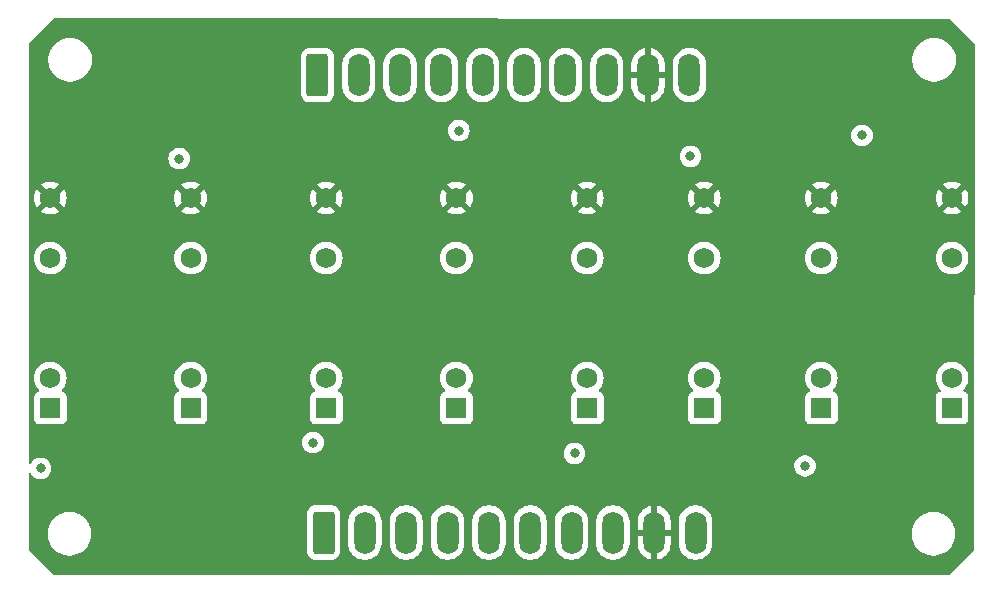
<source format=gbr>
%TF.GenerationSoftware,KiCad,Pcbnew,8.0.4*%
%TF.CreationDate,2024-07-23T21:16:43+01:00*%
%TF.ProjectId,8_Way_Relay_Board,385f5761-795f-4526-956c-61795f426f61,V1*%
%TF.SameCoordinates,Original*%
%TF.FileFunction,Copper,L3,Inr*%
%TF.FilePolarity,Positive*%
%FSLAX46Y46*%
G04 Gerber Fmt 4.6, Leading zero omitted, Abs format (unit mm)*
G04 Created by KiCad (PCBNEW 8.0.4) date 2024-07-23 21:16:43*
%MOMM*%
%LPD*%
G01*
G04 APERTURE LIST*
G04 Aperture macros list*
%AMRoundRect*
0 Rectangle with rounded corners*
0 $1 Rounding radius*
0 $2 $3 $4 $5 $6 $7 $8 $9 X,Y pos of 4 corners*
0 Add a 4 corners polygon primitive as box body*
4,1,4,$2,$3,$4,$5,$6,$7,$8,$9,$2,$3,0*
0 Add four circle primitives for the rounded corners*
1,1,$1+$1,$2,$3*
1,1,$1+$1,$4,$5*
1,1,$1+$1,$6,$7*
1,1,$1+$1,$8,$9*
0 Add four rect primitives between the rounded corners*
20,1,$1+$1,$2,$3,$4,$5,0*
20,1,$1+$1,$4,$5,$6,$7,0*
20,1,$1+$1,$6,$7,$8,$9,0*
20,1,$1+$1,$8,$9,$2,$3,0*%
G04 Aperture macros list end*
%TA.AperFunction,ComponentPad*%
%ADD10RoundRect,0.250000X-0.650000X-1.550000X0.650000X-1.550000X0.650000X1.550000X-0.650000X1.550000X0*%
%TD*%
%TA.AperFunction,ComponentPad*%
%ADD11O,1.800000X3.600000*%
%TD*%
%TA.AperFunction,ComponentPad*%
%ADD12R,1.752600X1.752600*%
%TD*%
%TA.AperFunction,ComponentPad*%
%ADD13C,1.752600*%
%TD*%
%TA.AperFunction,ViaPad*%
%ADD14C,0.800000*%
%TD*%
G04 APERTURE END LIST*
D10*
%TO.N,Out1*%
%TO.C,J2*%
X88356700Y-52661700D03*
D11*
%TO.N,Out2*%
X91856700Y-52661700D03*
%TO.N,Out3*%
X95356700Y-52661700D03*
%TO.N,Out4*%
X98856700Y-52661700D03*
%TO.N,Out5*%
X102356700Y-52661700D03*
%TO.N,Out6*%
X105856700Y-52661700D03*
%TO.N,Out7*%
X109356700Y-52661700D03*
%TO.N,Out8*%
X112856700Y-52661700D03*
%TO.N,+24V*%
X116356700Y-52661700D03*
%TO.N,GND*%
X119856700Y-52661700D03*
%TD*%
D12*
%TO.N,GND*%
%TO.C,K7*%
X131013200Y-80835500D03*
D13*
%TO.N,Net-(K7-Pad2)*%
X131013200Y-78295500D03*
%TO.N,Out7*%
X131013200Y-68135500D03*
%TO.N,+24V*%
X131013200Y-63055500D03*
%TD*%
D12*
%TO.N,GND*%
%TO.C,K8*%
X142087600Y-80835500D03*
D13*
%TO.N,Net-(K8-Pad2)*%
X142087600Y-78295500D03*
%TO.N,Out8*%
X142087600Y-68135500D03*
%TO.N,+24V*%
X142087600Y-63055500D03*
%TD*%
D12*
%TO.N,GND*%
%TO.C,K2*%
X77622400Y-80835500D03*
D13*
%TO.N,Net-(K2-Pad2)*%
X77622400Y-78295500D03*
%TO.N,Out2*%
X77622400Y-68135500D03*
%TO.N,+24V*%
X77622400Y-63055500D03*
%TD*%
D12*
%TO.N,GND*%
%TO.C,K6*%
X121107200Y-80835500D03*
D13*
%TO.N,Net-(K6-Pad2)*%
X121107200Y-78295500D03*
%TO.N,Out6*%
X121107200Y-68135500D03*
%TO.N,+24V*%
X121107200Y-63055500D03*
%TD*%
D10*
%TO.N,In1*%
%TO.C,J1*%
X88875200Y-91389200D03*
D11*
%TO.N,In2*%
X92375200Y-91389200D03*
%TO.N,In3*%
X95875200Y-91389200D03*
%TO.N,In4*%
X99375200Y-91389200D03*
%TO.N,In5*%
X102875200Y-91389200D03*
%TO.N,In6*%
X106375200Y-91389200D03*
%TO.N,In7*%
X109875200Y-91389200D03*
%TO.N,In8*%
X113375200Y-91389200D03*
%TO.N,+24V*%
X116875200Y-91389200D03*
%TO.N,GND*%
X120375200Y-91389200D03*
%TD*%
D12*
%TO.N,GND*%
%TO.C,K1*%
X65735200Y-80835500D03*
D13*
%TO.N,Net-(K1-Pad2)*%
X65735200Y-78295500D03*
%TO.N,Out1*%
X65735200Y-68135500D03*
%TO.N,+24V*%
X65735200Y-63055500D03*
%TD*%
D12*
%TO.N,GND*%
%TO.C,K3*%
X89103200Y-80835500D03*
D13*
%TO.N,Net-(K3-Pad2)*%
X89103200Y-78295500D03*
%TO.N,Out3*%
X89103200Y-68135500D03*
%TO.N,+24V*%
X89103200Y-63055500D03*
%TD*%
D12*
%TO.N,GND*%
%TO.C,K4*%
X100126800Y-80835500D03*
D13*
%TO.N,Net-(K4-Pad2)*%
X100126800Y-78295500D03*
%TO.N,Out4*%
X100126800Y-68135500D03*
%TO.N,+24V*%
X100126800Y-63055500D03*
%TD*%
D12*
%TO.N,GND*%
%TO.C,K5*%
X111201200Y-80835500D03*
D13*
%TO.N,Net-(K5-Pad2)*%
X111201200Y-78295500D03*
%TO.N,Out5*%
X111201200Y-68135500D03*
%TO.N,+24V*%
X111201200Y-63055500D03*
%TD*%
D14*
%TO.N,GND*%
X64922400Y-85953600D03*
X87985600Y-83769200D03*
X76657200Y-59740800D03*
X100330000Y-57353200D03*
X119938800Y-59537600D03*
X134467600Y-57759600D03*
X129641600Y-85750400D03*
X110134400Y-84683600D03*
%TD*%
%TA.AperFunction,Conductor*%
%TO.N,+24V*%
G36*
X141832259Y-47904365D02*
G01*
X141900367Y-47924413D01*
X141921270Y-47941270D01*
X143981032Y-50001032D01*
X144015058Y-50063344D01*
X144017937Y-50090276D01*
X143967261Y-92810297D01*
X143947178Y-92878394D01*
X143930356Y-92899243D01*
X141870505Y-94959095D01*
X141808193Y-94993120D01*
X141781410Y-94996000D01*
X66092190Y-94996000D01*
X66024069Y-94975998D01*
X66003095Y-94959095D01*
X63943305Y-92899305D01*
X63909279Y-92836993D01*
X63906400Y-92810210D01*
X63906400Y-91369509D01*
X65510300Y-91369509D01*
X65510300Y-91612090D01*
X65541960Y-91852582D01*
X65604744Y-92086895D01*
X65604745Y-92086897D01*
X65604746Y-92086900D01*
X65697576Y-92311012D01*
X65697577Y-92311013D01*
X65697582Y-92311024D01*
X65818861Y-92521085D01*
X65818863Y-92521088D01*
X65818864Y-92521089D01*
X65966535Y-92713538D01*
X65966539Y-92713542D01*
X65966544Y-92713548D01*
X66138051Y-92885055D01*
X66138056Y-92885059D01*
X66138062Y-92885065D01*
X66330511Y-93032736D01*
X66330514Y-93032738D01*
X66540575Y-93154017D01*
X66540579Y-93154018D01*
X66540588Y-93154024D01*
X66764700Y-93246854D01*
X66999011Y-93309638D01*
X66999015Y-93309638D01*
X66999017Y-93309639D01*
X67061002Y-93317799D01*
X67239512Y-93341300D01*
X67239519Y-93341300D01*
X67482081Y-93341300D01*
X67482088Y-93341300D01*
X67699437Y-93312685D01*
X67722582Y-93309639D01*
X67722582Y-93309638D01*
X67722589Y-93309638D01*
X67956900Y-93246854D01*
X68181012Y-93154024D01*
X68391089Y-93032736D01*
X68583538Y-92885065D01*
X68755065Y-92713538D01*
X68902736Y-92521089D01*
X69024024Y-92311012D01*
X69116854Y-92086900D01*
X69179638Y-91852589D01*
X69211300Y-91612088D01*
X69211300Y-91369512D01*
X69179638Y-91129011D01*
X69116854Y-90894700D01*
X69024024Y-90670588D01*
X69024018Y-90670579D01*
X69024017Y-90670575D01*
X68902738Y-90460514D01*
X68839693Y-90378352D01*
X68755065Y-90268062D01*
X68755059Y-90268056D01*
X68755055Y-90268051D01*
X68583548Y-90096544D01*
X68583542Y-90096539D01*
X68583538Y-90096535D01*
X68391089Y-89948864D01*
X68391088Y-89948863D01*
X68391085Y-89948861D01*
X68181024Y-89827582D01*
X68181016Y-89827578D01*
X68181012Y-89827576D01*
X68087026Y-89788646D01*
X87466700Y-89788646D01*
X87466700Y-92989744D01*
X87477312Y-93093625D01*
X87533085Y-93261938D01*
X87626170Y-93412852D01*
X87626175Y-93412858D01*
X87751541Y-93538224D01*
X87751547Y-93538229D01*
X87751548Y-93538230D01*
X87902462Y-93631315D01*
X88070774Y-93687087D01*
X88174655Y-93697700D01*
X89575744Y-93697699D01*
X89679626Y-93687087D01*
X89847938Y-93631315D01*
X89998852Y-93538230D01*
X90124230Y-93412852D01*
X90217315Y-93261938D01*
X90273087Y-93093626D01*
X90283700Y-92989745D01*
X90283699Y-90378349D01*
X90966700Y-90378349D01*
X90966700Y-92400051D01*
X90985870Y-92521085D01*
X91001383Y-92619029D01*
X91063502Y-92810210D01*
X91069892Y-92829876D01*
X91170543Y-93027415D01*
X91170545Y-93027418D01*
X91300858Y-93206778D01*
X91457621Y-93363541D01*
X91457624Y-93363543D01*
X91636985Y-93493857D01*
X91834524Y-93594508D01*
X92045376Y-93663018D01*
X92264349Y-93697700D01*
X92264352Y-93697700D01*
X92486048Y-93697700D01*
X92486051Y-93697700D01*
X92705024Y-93663018D01*
X92915876Y-93594508D01*
X93113415Y-93493857D01*
X93292776Y-93363543D01*
X93449543Y-93206776D01*
X93579857Y-93027415D01*
X93680508Y-92829876D01*
X93749018Y-92619024D01*
X93783700Y-92400051D01*
X93783700Y-90378349D01*
X94466700Y-90378349D01*
X94466700Y-92400051D01*
X94485870Y-92521085D01*
X94501383Y-92619029D01*
X94563502Y-92810210D01*
X94569892Y-92829876D01*
X94670543Y-93027415D01*
X94670545Y-93027418D01*
X94800858Y-93206778D01*
X94957621Y-93363541D01*
X94957624Y-93363543D01*
X95136985Y-93493857D01*
X95334524Y-93594508D01*
X95545376Y-93663018D01*
X95764349Y-93697700D01*
X95764352Y-93697700D01*
X95986048Y-93697700D01*
X95986051Y-93697700D01*
X96205024Y-93663018D01*
X96415876Y-93594508D01*
X96613415Y-93493857D01*
X96792776Y-93363543D01*
X96949543Y-93206776D01*
X97079857Y-93027415D01*
X97180508Y-92829876D01*
X97249018Y-92619024D01*
X97283700Y-92400051D01*
X97283700Y-90378349D01*
X97966700Y-90378349D01*
X97966700Y-92400051D01*
X97985870Y-92521085D01*
X98001383Y-92619029D01*
X98063502Y-92810210D01*
X98069892Y-92829876D01*
X98170543Y-93027415D01*
X98170545Y-93027418D01*
X98300858Y-93206778D01*
X98457621Y-93363541D01*
X98457624Y-93363543D01*
X98636985Y-93493857D01*
X98834524Y-93594508D01*
X99045376Y-93663018D01*
X99264349Y-93697700D01*
X99264352Y-93697700D01*
X99486048Y-93697700D01*
X99486051Y-93697700D01*
X99705024Y-93663018D01*
X99915876Y-93594508D01*
X100113415Y-93493857D01*
X100292776Y-93363543D01*
X100449543Y-93206776D01*
X100579857Y-93027415D01*
X100680508Y-92829876D01*
X100749018Y-92619024D01*
X100783700Y-92400051D01*
X100783700Y-90378349D01*
X101466700Y-90378349D01*
X101466700Y-92400051D01*
X101485870Y-92521085D01*
X101501383Y-92619029D01*
X101563502Y-92810210D01*
X101569892Y-92829876D01*
X101670543Y-93027415D01*
X101670545Y-93027418D01*
X101800858Y-93206778D01*
X101957621Y-93363541D01*
X101957624Y-93363543D01*
X102136985Y-93493857D01*
X102334524Y-93594508D01*
X102545376Y-93663018D01*
X102764349Y-93697700D01*
X102764352Y-93697700D01*
X102986048Y-93697700D01*
X102986051Y-93697700D01*
X103205024Y-93663018D01*
X103415876Y-93594508D01*
X103613415Y-93493857D01*
X103792776Y-93363543D01*
X103949543Y-93206776D01*
X104079857Y-93027415D01*
X104180508Y-92829876D01*
X104249018Y-92619024D01*
X104283700Y-92400051D01*
X104283700Y-90378349D01*
X104966700Y-90378349D01*
X104966700Y-92400051D01*
X104985870Y-92521085D01*
X105001383Y-92619029D01*
X105063502Y-92810210D01*
X105069892Y-92829876D01*
X105170543Y-93027415D01*
X105170545Y-93027418D01*
X105300858Y-93206778D01*
X105457621Y-93363541D01*
X105457624Y-93363543D01*
X105636985Y-93493857D01*
X105834524Y-93594508D01*
X106045376Y-93663018D01*
X106264349Y-93697700D01*
X106264352Y-93697700D01*
X106486048Y-93697700D01*
X106486051Y-93697700D01*
X106705024Y-93663018D01*
X106915876Y-93594508D01*
X107113415Y-93493857D01*
X107292776Y-93363543D01*
X107449543Y-93206776D01*
X107579857Y-93027415D01*
X107680508Y-92829876D01*
X107749018Y-92619024D01*
X107783700Y-92400051D01*
X107783700Y-90378349D01*
X108466700Y-90378349D01*
X108466700Y-92400051D01*
X108485870Y-92521085D01*
X108501383Y-92619029D01*
X108563502Y-92810210D01*
X108569892Y-92829876D01*
X108670543Y-93027415D01*
X108670545Y-93027418D01*
X108800858Y-93206778D01*
X108957621Y-93363541D01*
X108957624Y-93363543D01*
X109136985Y-93493857D01*
X109334524Y-93594508D01*
X109545376Y-93663018D01*
X109764349Y-93697700D01*
X109764352Y-93697700D01*
X109986048Y-93697700D01*
X109986051Y-93697700D01*
X110205024Y-93663018D01*
X110415876Y-93594508D01*
X110613415Y-93493857D01*
X110792776Y-93363543D01*
X110949543Y-93206776D01*
X111079857Y-93027415D01*
X111180508Y-92829876D01*
X111249018Y-92619024D01*
X111283700Y-92400051D01*
X111283700Y-90378349D01*
X111966700Y-90378349D01*
X111966700Y-92400051D01*
X111985870Y-92521085D01*
X112001383Y-92619029D01*
X112063502Y-92810210D01*
X112069892Y-92829876D01*
X112170543Y-93027415D01*
X112170545Y-93027418D01*
X112300858Y-93206778D01*
X112457621Y-93363541D01*
X112457624Y-93363543D01*
X112636985Y-93493857D01*
X112834524Y-93594508D01*
X113045376Y-93663018D01*
X113264349Y-93697700D01*
X113264352Y-93697700D01*
X113486048Y-93697700D01*
X113486051Y-93697700D01*
X113705024Y-93663018D01*
X113915876Y-93594508D01*
X114113415Y-93493857D01*
X114292776Y-93363543D01*
X114449543Y-93206776D01*
X114579857Y-93027415D01*
X114680508Y-92829876D01*
X114749018Y-92619024D01*
X114783700Y-92400051D01*
X114783700Y-90378391D01*
X115467200Y-90378391D01*
X115467200Y-91135200D01*
X116329027Y-91135200D01*
X116316089Y-91157609D01*
X116275200Y-91310209D01*
X116275200Y-91468191D01*
X116316089Y-91620791D01*
X116329027Y-91643200D01*
X115467200Y-91643200D01*
X115467200Y-92400008D01*
X115501870Y-92618910D01*
X115570355Y-92829683D01*
X115570356Y-92829685D01*
X115670972Y-93027156D01*
X115801239Y-93206453D01*
X115957946Y-93363160D01*
X116137243Y-93493427D01*
X116334714Y-93594043D01*
X116334716Y-93594044D01*
X116545489Y-93662529D01*
X116621200Y-93674520D01*
X116621200Y-91935373D01*
X116643609Y-91948311D01*
X116796209Y-91989200D01*
X116954191Y-91989200D01*
X117106791Y-91948311D01*
X117129200Y-91935373D01*
X117129200Y-93674520D01*
X117204909Y-93662529D01*
X117204911Y-93662529D01*
X117415683Y-93594044D01*
X117415685Y-93594043D01*
X117613156Y-93493427D01*
X117792453Y-93363160D01*
X117949160Y-93206453D01*
X118079427Y-93027156D01*
X118180043Y-92829685D01*
X118180044Y-92829683D01*
X118248529Y-92618910D01*
X118283200Y-92400008D01*
X118283200Y-91643200D01*
X117421373Y-91643200D01*
X117434311Y-91620791D01*
X117475200Y-91468191D01*
X117475200Y-91310209D01*
X117434311Y-91157609D01*
X117421373Y-91135200D01*
X118283200Y-91135200D01*
X118283200Y-90378391D01*
X118283193Y-90378349D01*
X118966700Y-90378349D01*
X118966700Y-92400051D01*
X118985870Y-92521085D01*
X119001383Y-92619029D01*
X119063502Y-92810210D01*
X119069892Y-92829876D01*
X119170543Y-93027415D01*
X119170545Y-93027418D01*
X119300858Y-93206778D01*
X119457621Y-93363541D01*
X119457624Y-93363543D01*
X119636985Y-93493857D01*
X119834524Y-93594508D01*
X120045376Y-93663018D01*
X120264349Y-93697700D01*
X120264352Y-93697700D01*
X120486048Y-93697700D01*
X120486051Y-93697700D01*
X120705024Y-93663018D01*
X120915876Y-93594508D01*
X121113415Y-93493857D01*
X121292776Y-93363543D01*
X121449543Y-93206776D01*
X121579857Y-93027415D01*
X121680508Y-92829876D01*
X121749018Y-92619024D01*
X121783700Y-92400051D01*
X121783700Y-91369509D01*
X138662300Y-91369509D01*
X138662300Y-91612090D01*
X138693960Y-91852582D01*
X138756744Y-92086895D01*
X138756745Y-92086897D01*
X138756746Y-92086900D01*
X138849576Y-92311012D01*
X138849577Y-92311013D01*
X138849582Y-92311024D01*
X138970861Y-92521085D01*
X138970863Y-92521088D01*
X138970864Y-92521089D01*
X139118535Y-92713538D01*
X139118539Y-92713542D01*
X139118544Y-92713548D01*
X139290051Y-92885055D01*
X139290056Y-92885059D01*
X139290062Y-92885065D01*
X139482511Y-93032736D01*
X139482514Y-93032738D01*
X139692575Y-93154017D01*
X139692579Y-93154018D01*
X139692588Y-93154024D01*
X139916700Y-93246854D01*
X140151011Y-93309638D01*
X140151015Y-93309638D01*
X140151017Y-93309639D01*
X140213002Y-93317799D01*
X140391512Y-93341300D01*
X140391519Y-93341300D01*
X140634081Y-93341300D01*
X140634088Y-93341300D01*
X140851437Y-93312685D01*
X140874582Y-93309639D01*
X140874582Y-93309638D01*
X140874589Y-93309638D01*
X141108900Y-93246854D01*
X141333012Y-93154024D01*
X141543089Y-93032736D01*
X141735538Y-92885065D01*
X141907065Y-92713538D01*
X142054736Y-92521089D01*
X142176024Y-92311012D01*
X142268854Y-92086900D01*
X142331638Y-91852589D01*
X142363300Y-91612088D01*
X142363300Y-91369512D01*
X142331638Y-91129011D01*
X142268854Y-90894700D01*
X142176024Y-90670588D01*
X142176018Y-90670579D01*
X142176017Y-90670575D01*
X142054738Y-90460514D01*
X141991693Y-90378352D01*
X141907065Y-90268062D01*
X141907059Y-90268056D01*
X141907055Y-90268051D01*
X141735548Y-90096544D01*
X141735542Y-90096539D01*
X141735538Y-90096535D01*
X141543089Y-89948864D01*
X141543088Y-89948863D01*
X141543085Y-89948861D01*
X141333024Y-89827582D01*
X141333016Y-89827578D01*
X141333012Y-89827576D01*
X141108900Y-89734746D01*
X141108897Y-89734745D01*
X141108895Y-89734744D01*
X140874582Y-89671960D01*
X140634090Y-89640300D01*
X140634088Y-89640300D01*
X140391512Y-89640300D01*
X140391509Y-89640300D01*
X140151017Y-89671960D01*
X139916704Y-89734744D01*
X139916700Y-89734746D01*
X139786550Y-89788656D01*
X139692586Y-89827577D01*
X139692575Y-89827582D01*
X139482514Y-89948861D01*
X139290062Y-90096535D01*
X139290051Y-90096544D01*
X139118544Y-90268051D01*
X139118535Y-90268062D01*
X138970861Y-90460514D01*
X138849582Y-90670575D01*
X138849577Y-90670586D01*
X138849576Y-90670588D01*
X138783509Y-90830089D01*
X138756746Y-90894700D01*
X138756744Y-90894704D01*
X138693960Y-91129017D01*
X138662300Y-91369509D01*
X121783700Y-91369509D01*
X121783700Y-90378349D01*
X121749018Y-90159376D01*
X121680508Y-89948524D01*
X121579857Y-89750985D01*
X121449543Y-89571624D01*
X121449541Y-89571621D01*
X121292778Y-89414858D01*
X121113418Y-89284545D01*
X121113417Y-89284544D01*
X121113415Y-89284543D01*
X120915876Y-89183892D01*
X120915873Y-89183891D01*
X120915871Y-89183890D01*
X120705029Y-89115383D01*
X120705025Y-89115382D01*
X120705024Y-89115382D01*
X120486051Y-89080700D01*
X120264349Y-89080700D01*
X120045376Y-89115382D01*
X120045370Y-89115383D01*
X119834528Y-89183890D01*
X119834522Y-89183893D01*
X119636981Y-89284545D01*
X119457621Y-89414858D01*
X119300858Y-89571621D01*
X119170545Y-89750981D01*
X119069893Y-89948522D01*
X119069890Y-89948528D01*
X119001383Y-90159370D01*
X119001382Y-90159375D01*
X119001382Y-90159376D01*
X118966700Y-90378349D01*
X118283193Y-90378349D01*
X118248529Y-90159489D01*
X118180044Y-89948716D01*
X118180043Y-89948714D01*
X118079427Y-89751243D01*
X117949160Y-89571946D01*
X117792453Y-89415239D01*
X117613156Y-89284972D01*
X117415685Y-89184356D01*
X117415683Y-89184355D01*
X117204909Y-89115869D01*
X117129200Y-89103878D01*
X117129200Y-90843026D01*
X117106791Y-90830089D01*
X116954191Y-90789200D01*
X116796209Y-90789200D01*
X116643609Y-90830089D01*
X116621200Y-90843026D01*
X116621200Y-89103878D01*
X116545490Y-89115869D01*
X116334716Y-89184355D01*
X116334714Y-89184356D01*
X116137243Y-89284972D01*
X115957946Y-89415239D01*
X115801239Y-89571946D01*
X115670972Y-89751243D01*
X115570356Y-89948714D01*
X115570355Y-89948716D01*
X115501870Y-90159489D01*
X115467200Y-90378391D01*
X114783700Y-90378391D01*
X114783700Y-90378349D01*
X114749018Y-90159376D01*
X114680508Y-89948524D01*
X114579857Y-89750985D01*
X114449543Y-89571624D01*
X114449541Y-89571621D01*
X114292778Y-89414858D01*
X114113418Y-89284545D01*
X114113417Y-89284544D01*
X114113415Y-89284543D01*
X113915876Y-89183892D01*
X113915873Y-89183891D01*
X113915871Y-89183890D01*
X113705029Y-89115383D01*
X113705025Y-89115382D01*
X113705024Y-89115382D01*
X113486051Y-89080700D01*
X113264349Y-89080700D01*
X113045376Y-89115382D01*
X113045370Y-89115383D01*
X112834528Y-89183890D01*
X112834522Y-89183893D01*
X112636981Y-89284545D01*
X112457621Y-89414858D01*
X112300858Y-89571621D01*
X112170545Y-89750981D01*
X112069893Y-89948522D01*
X112069890Y-89948528D01*
X112001383Y-90159370D01*
X112001382Y-90159375D01*
X112001382Y-90159376D01*
X111966700Y-90378349D01*
X111283700Y-90378349D01*
X111249018Y-90159376D01*
X111180508Y-89948524D01*
X111079857Y-89750985D01*
X110949543Y-89571624D01*
X110949541Y-89571621D01*
X110792778Y-89414858D01*
X110613418Y-89284545D01*
X110613417Y-89284544D01*
X110613415Y-89284543D01*
X110415876Y-89183892D01*
X110415873Y-89183891D01*
X110415871Y-89183890D01*
X110205029Y-89115383D01*
X110205025Y-89115382D01*
X110205024Y-89115382D01*
X109986051Y-89080700D01*
X109764349Y-89080700D01*
X109545376Y-89115382D01*
X109545370Y-89115383D01*
X109334528Y-89183890D01*
X109334522Y-89183893D01*
X109136981Y-89284545D01*
X108957621Y-89414858D01*
X108800858Y-89571621D01*
X108670545Y-89750981D01*
X108569893Y-89948522D01*
X108569890Y-89948528D01*
X108501383Y-90159370D01*
X108501382Y-90159375D01*
X108501382Y-90159376D01*
X108466700Y-90378349D01*
X107783700Y-90378349D01*
X107749018Y-90159376D01*
X107680508Y-89948524D01*
X107579857Y-89750985D01*
X107449543Y-89571624D01*
X107449541Y-89571621D01*
X107292778Y-89414858D01*
X107113418Y-89284545D01*
X107113417Y-89284544D01*
X107113415Y-89284543D01*
X106915876Y-89183892D01*
X106915873Y-89183891D01*
X106915871Y-89183890D01*
X106705029Y-89115383D01*
X106705025Y-89115382D01*
X106705024Y-89115382D01*
X106486051Y-89080700D01*
X106264349Y-89080700D01*
X106045376Y-89115382D01*
X106045370Y-89115383D01*
X105834528Y-89183890D01*
X105834522Y-89183893D01*
X105636981Y-89284545D01*
X105457621Y-89414858D01*
X105300858Y-89571621D01*
X105170545Y-89750981D01*
X105069893Y-89948522D01*
X105069890Y-89948528D01*
X105001383Y-90159370D01*
X105001382Y-90159375D01*
X105001382Y-90159376D01*
X104966700Y-90378349D01*
X104283700Y-90378349D01*
X104249018Y-90159376D01*
X104180508Y-89948524D01*
X104079857Y-89750985D01*
X103949543Y-89571624D01*
X103949541Y-89571621D01*
X103792778Y-89414858D01*
X103613418Y-89284545D01*
X103613417Y-89284544D01*
X103613415Y-89284543D01*
X103415876Y-89183892D01*
X103415873Y-89183891D01*
X103415871Y-89183890D01*
X103205029Y-89115383D01*
X103205025Y-89115382D01*
X103205024Y-89115382D01*
X102986051Y-89080700D01*
X102764349Y-89080700D01*
X102545376Y-89115382D01*
X102545370Y-89115383D01*
X102334528Y-89183890D01*
X102334522Y-89183893D01*
X102136981Y-89284545D01*
X101957621Y-89414858D01*
X101800858Y-89571621D01*
X101670545Y-89750981D01*
X101569893Y-89948522D01*
X101569890Y-89948528D01*
X101501383Y-90159370D01*
X101501382Y-90159375D01*
X101501382Y-90159376D01*
X101466700Y-90378349D01*
X100783700Y-90378349D01*
X100749018Y-90159376D01*
X100680508Y-89948524D01*
X100579857Y-89750985D01*
X100449543Y-89571624D01*
X100449541Y-89571621D01*
X100292778Y-89414858D01*
X100113418Y-89284545D01*
X100113417Y-89284544D01*
X100113415Y-89284543D01*
X99915876Y-89183892D01*
X99915873Y-89183891D01*
X99915871Y-89183890D01*
X99705029Y-89115383D01*
X99705025Y-89115382D01*
X99705024Y-89115382D01*
X99486051Y-89080700D01*
X99264349Y-89080700D01*
X99045376Y-89115382D01*
X99045370Y-89115383D01*
X98834528Y-89183890D01*
X98834522Y-89183893D01*
X98636981Y-89284545D01*
X98457621Y-89414858D01*
X98300858Y-89571621D01*
X98170545Y-89750981D01*
X98069893Y-89948522D01*
X98069890Y-89948528D01*
X98001383Y-90159370D01*
X98001382Y-90159375D01*
X98001382Y-90159376D01*
X97966700Y-90378349D01*
X97283700Y-90378349D01*
X97249018Y-90159376D01*
X97180508Y-89948524D01*
X97079857Y-89750985D01*
X96949543Y-89571624D01*
X96949541Y-89571621D01*
X96792778Y-89414858D01*
X96613418Y-89284545D01*
X96613417Y-89284544D01*
X96613415Y-89284543D01*
X96415876Y-89183892D01*
X96415873Y-89183891D01*
X96415871Y-89183890D01*
X96205029Y-89115383D01*
X96205025Y-89115382D01*
X96205024Y-89115382D01*
X95986051Y-89080700D01*
X95764349Y-89080700D01*
X95545376Y-89115382D01*
X95545370Y-89115383D01*
X95334528Y-89183890D01*
X95334522Y-89183893D01*
X95136981Y-89284545D01*
X94957621Y-89414858D01*
X94800858Y-89571621D01*
X94670545Y-89750981D01*
X94569893Y-89948522D01*
X94569890Y-89948528D01*
X94501383Y-90159370D01*
X94501382Y-90159375D01*
X94501382Y-90159376D01*
X94466700Y-90378349D01*
X93783700Y-90378349D01*
X93749018Y-90159376D01*
X93680508Y-89948524D01*
X93579857Y-89750985D01*
X93449543Y-89571624D01*
X93449541Y-89571621D01*
X93292778Y-89414858D01*
X93113418Y-89284545D01*
X93113417Y-89284544D01*
X93113415Y-89284543D01*
X92915876Y-89183892D01*
X92915873Y-89183891D01*
X92915871Y-89183890D01*
X92705029Y-89115383D01*
X92705025Y-89115382D01*
X92705024Y-89115382D01*
X92486051Y-89080700D01*
X92264349Y-89080700D01*
X92045376Y-89115382D01*
X92045370Y-89115383D01*
X91834528Y-89183890D01*
X91834522Y-89183893D01*
X91636981Y-89284545D01*
X91457621Y-89414858D01*
X91300858Y-89571621D01*
X91170545Y-89750981D01*
X91069893Y-89948522D01*
X91069890Y-89948528D01*
X91001383Y-90159370D01*
X91001382Y-90159375D01*
X91001382Y-90159376D01*
X90966700Y-90378349D01*
X90283699Y-90378349D01*
X90283699Y-89788656D01*
X90273087Y-89684774D01*
X90217315Y-89516462D01*
X90124230Y-89365548D01*
X90124229Y-89365547D01*
X90124224Y-89365541D01*
X89998858Y-89240175D01*
X89998852Y-89240170D01*
X89847938Y-89147085D01*
X89752263Y-89115382D01*
X89679627Y-89091313D01*
X89679620Y-89091312D01*
X89575753Y-89080700D01*
X88174655Y-89080700D01*
X88070774Y-89091312D01*
X87902461Y-89147085D01*
X87751547Y-89240170D01*
X87751541Y-89240175D01*
X87626175Y-89365541D01*
X87626170Y-89365547D01*
X87533085Y-89516462D01*
X87477313Y-89684772D01*
X87477312Y-89684779D01*
X87466700Y-89788646D01*
X68087026Y-89788646D01*
X67956900Y-89734746D01*
X67956897Y-89734745D01*
X67956895Y-89734744D01*
X67722582Y-89671960D01*
X67482090Y-89640300D01*
X67482088Y-89640300D01*
X67239512Y-89640300D01*
X67239509Y-89640300D01*
X66999017Y-89671960D01*
X66764704Y-89734744D01*
X66764700Y-89734746D01*
X66634550Y-89788656D01*
X66540586Y-89827577D01*
X66540575Y-89827582D01*
X66330514Y-89948861D01*
X66138062Y-90096535D01*
X66138051Y-90096544D01*
X65966544Y-90268051D01*
X65966535Y-90268062D01*
X65818861Y-90460514D01*
X65697582Y-90670575D01*
X65697577Y-90670586D01*
X65697576Y-90670588D01*
X65631509Y-90830089D01*
X65604746Y-90894700D01*
X65604744Y-90894704D01*
X65541960Y-91129017D01*
X65510300Y-91369509D01*
X63906400Y-91369509D01*
X63906400Y-86481073D01*
X63926402Y-86412952D01*
X63980058Y-86366459D01*
X64050332Y-86356355D01*
X64114912Y-86385849D01*
X64141519Y-86418073D01*
X64183358Y-86490541D01*
X64183365Y-86490551D01*
X64311144Y-86632464D01*
X64311147Y-86632466D01*
X64465648Y-86744718D01*
X64640112Y-86822394D01*
X64826913Y-86862100D01*
X65017887Y-86862100D01*
X65204688Y-86822394D01*
X65379152Y-86744718D01*
X65533653Y-86632466D01*
X65661440Y-86490544D01*
X65756927Y-86325156D01*
X65815942Y-86143528D01*
X65835904Y-85953600D01*
X65815942Y-85763672D01*
X65811630Y-85750400D01*
X128728096Y-85750400D01*
X128748057Y-85940327D01*
X128752370Y-85953600D01*
X128807073Y-86121956D01*
X128807076Y-86121961D01*
X128902558Y-86287341D01*
X128902565Y-86287351D01*
X129030344Y-86429264D01*
X129030347Y-86429266D01*
X129184848Y-86541518D01*
X129359312Y-86619194D01*
X129546113Y-86658900D01*
X129737087Y-86658900D01*
X129923888Y-86619194D01*
X130098352Y-86541518D01*
X130252853Y-86429266D01*
X130309405Y-86366459D01*
X130380634Y-86287351D01*
X130380635Y-86287349D01*
X130380640Y-86287344D01*
X130476127Y-86121956D01*
X130535142Y-85940328D01*
X130555104Y-85750400D01*
X130535142Y-85560472D01*
X130476127Y-85378844D01*
X130380640Y-85213456D01*
X130380638Y-85213454D01*
X130380634Y-85213448D01*
X130252855Y-85071535D01*
X130098352Y-84959282D01*
X129923888Y-84881606D01*
X129737087Y-84841900D01*
X129546113Y-84841900D01*
X129359311Y-84881606D01*
X129184847Y-84959282D01*
X129030344Y-85071535D01*
X128902565Y-85213448D01*
X128902558Y-85213458D01*
X128807076Y-85378838D01*
X128807073Y-85378845D01*
X128748057Y-85560472D01*
X128728096Y-85750400D01*
X65811630Y-85750400D01*
X65756927Y-85582044D01*
X65661440Y-85416656D01*
X65661438Y-85416654D01*
X65661434Y-85416648D01*
X65533655Y-85274735D01*
X65379152Y-85162482D01*
X65204688Y-85084806D01*
X65017887Y-85045100D01*
X64826913Y-85045100D01*
X64640111Y-85084806D01*
X64465647Y-85162482D01*
X64311144Y-85274735D01*
X64183365Y-85416648D01*
X64183361Y-85416654D01*
X64183360Y-85416656D01*
X64149838Y-85474718D01*
X64141519Y-85489127D01*
X64090136Y-85538120D01*
X64020422Y-85551555D01*
X63954511Y-85525168D01*
X63913330Y-85467336D01*
X63906400Y-85426126D01*
X63906400Y-84683600D01*
X109220896Y-84683600D01*
X109240857Y-84873527D01*
X109268721Y-84959282D01*
X109299873Y-85055156D01*
X109328241Y-85104291D01*
X109395358Y-85220541D01*
X109395365Y-85220551D01*
X109523144Y-85362464D01*
X109523147Y-85362466D01*
X109677648Y-85474718D01*
X109852112Y-85552394D01*
X110038913Y-85592100D01*
X110229887Y-85592100D01*
X110416688Y-85552394D01*
X110591152Y-85474718D01*
X110745653Y-85362466D01*
X110745655Y-85362464D01*
X110873434Y-85220551D01*
X110873435Y-85220549D01*
X110873440Y-85220544D01*
X110968927Y-85055156D01*
X111027942Y-84873528D01*
X111047904Y-84683600D01*
X111027942Y-84493672D01*
X110968927Y-84312044D01*
X110873440Y-84146656D01*
X110873438Y-84146654D01*
X110873434Y-84146648D01*
X110745655Y-84004735D01*
X110591152Y-83892482D01*
X110416688Y-83814806D01*
X110229887Y-83775100D01*
X110038913Y-83775100D01*
X109852111Y-83814806D01*
X109677647Y-83892482D01*
X109523144Y-84004735D01*
X109395365Y-84146648D01*
X109395358Y-84146658D01*
X109299876Y-84312038D01*
X109299873Y-84312045D01*
X109240857Y-84493672D01*
X109220896Y-84683600D01*
X63906400Y-84683600D01*
X63906400Y-83769200D01*
X87072096Y-83769200D01*
X87092057Y-83959127D01*
X87122126Y-84051670D01*
X87151073Y-84140756D01*
X87151076Y-84140761D01*
X87246558Y-84306141D01*
X87246565Y-84306151D01*
X87374344Y-84448064D01*
X87374347Y-84448066D01*
X87528848Y-84560318D01*
X87703312Y-84637994D01*
X87890113Y-84677700D01*
X88081087Y-84677700D01*
X88267888Y-84637994D01*
X88442352Y-84560318D01*
X88596853Y-84448066D01*
X88724640Y-84306144D01*
X88820127Y-84140756D01*
X88879142Y-83959128D01*
X88899104Y-83769200D01*
X88879142Y-83579272D01*
X88820127Y-83397644D01*
X88724640Y-83232256D01*
X88724638Y-83232254D01*
X88724634Y-83232248D01*
X88596855Y-83090335D01*
X88442352Y-82978082D01*
X88267888Y-82900406D01*
X88081087Y-82860700D01*
X87890113Y-82860700D01*
X87703311Y-82900406D01*
X87528847Y-82978082D01*
X87374344Y-83090335D01*
X87246565Y-83232248D01*
X87246558Y-83232258D01*
X87151076Y-83397638D01*
X87151073Y-83397645D01*
X87092057Y-83579272D01*
X87072096Y-83769200D01*
X63906400Y-83769200D01*
X63906400Y-78295500D01*
X64345654Y-78295500D01*
X64364607Y-78524219D01*
X64420941Y-78746681D01*
X64420944Y-78746688D01*
X64513130Y-78956850D01*
X64638652Y-79148977D01*
X64751319Y-79271366D01*
X64782740Y-79335031D01*
X64774753Y-79405577D01*
X64729894Y-79460606D01*
X64702652Y-79474758D01*
X64612695Y-79508311D01*
X64612692Y-79508312D01*
X64495638Y-79595938D01*
X64408012Y-79712992D01*
X64408010Y-79712997D01*
X64356911Y-79849995D01*
X64356909Y-79850003D01*
X64350400Y-79910550D01*
X64350400Y-81760449D01*
X64356909Y-81820996D01*
X64356911Y-81821004D01*
X64408010Y-81958002D01*
X64408012Y-81958007D01*
X64495638Y-82075061D01*
X64612692Y-82162687D01*
X64612694Y-82162688D01*
X64612696Y-82162689D01*
X64671775Y-82184724D01*
X64749695Y-82213788D01*
X64749703Y-82213790D01*
X64810250Y-82220299D01*
X64810255Y-82220299D01*
X64810262Y-82220300D01*
X64810268Y-82220300D01*
X66660132Y-82220300D01*
X66660138Y-82220300D01*
X66660145Y-82220299D01*
X66660149Y-82220299D01*
X66720696Y-82213790D01*
X66720699Y-82213789D01*
X66720701Y-82213789D01*
X66857704Y-82162689D01*
X66974761Y-82075061D01*
X67062389Y-81958004D01*
X67113489Y-81821001D01*
X67120000Y-81760438D01*
X67120000Y-79910562D01*
X67119999Y-79910550D01*
X67113490Y-79850003D01*
X67113488Y-79849995D01*
X67062389Y-79712997D01*
X67062387Y-79712992D01*
X66974761Y-79595938D01*
X66857707Y-79508312D01*
X66857704Y-79508311D01*
X66767747Y-79474758D01*
X66710912Y-79432211D01*
X66686102Y-79365691D01*
X66701194Y-79296317D01*
X66719077Y-79271368D01*
X66831747Y-79148977D01*
X66957269Y-78956851D01*
X67049457Y-78746685D01*
X67105794Y-78524212D01*
X67124746Y-78295500D01*
X76232854Y-78295500D01*
X76251807Y-78524219D01*
X76308141Y-78746681D01*
X76308144Y-78746688D01*
X76400330Y-78956850D01*
X76525852Y-79148977D01*
X76638519Y-79271366D01*
X76669940Y-79335031D01*
X76661953Y-79405577D01*
X76617094Y-79460606D01*
X76589852Y-79474758D01*
X76499895Y-79508311D01*
X76499892Y-79508312D01*
X76382838Y-79595938D01*
X76295212Y-79712992D01*
X76295210Y-79712997D01*
X76244111Y-79849995D01*
X76244109Y-79850003D01*
X76237600Y-79910550D01*
X76237600Y-81760449D01*
X76244109Y-81820996D01*
X76244111Y-81821004D01*
X76295210Y-81958002D01*
X76295212Y-81958007D01*
X76382838Y-82075061D01*
X76499892Y-82162687D01*
X76499894Y-82162688D01*
X76499896Y-82162689D01*
X76558975Y-82184724D01*
X76636895Y-82213788D01*
X76636903Y-82213790D01*
X76697450Y-82220299D01*
X76697455Y-82220299D01*
X76697462Y-82220300D01*
X76697468Y-82220300D01*
X78547332Y-82220300D01*
X78547338Y-82220300D01*
X78547345Y-82220299D01*
X78547349Y-82220299D01*
X78607896Y-82213790D01*
X78607899Y-82213789D01*
X78607901Y-82213789D01*
X78744904Y-82162689D01*
X78861961Y-82075061D01*
X78949589Y-81958004D01*
X79000689Y-81821001D01*
X79007200Y-81760438D01*
X79007200Y-79910562D01*
X79007199Y-79910550D01*
X79000690Y-79850003D01*
X79000688Y-79849995D01*
X78949589Y-79712997D01*
X78949587Y-79712992D01*
X78861961Y-79595938D01*
X78744907Y-79508312D01*
X78744904Y-79508311D01*
X78654947Y-79474758D01*
X78598112Y-79432211D01*
X78573302Y-79365691D01*
X78588394Y-79296317D01*
X78606277Y-79271368D01*
X78718947Y-79148977D01*
X78844469Y-78956851D01*
X78936657Y-78746685D01*
X78992994Y-78524212D01*
X79011946Y-78295500D01*
X87713654Y-78295500D01*
X87732607Y-78524219D01*
X87788941Y-78746681D01*
X87788944Y-78746688D01*
X87881130Y-78956850D01*
X88006652Y-79148977D01*
X88119319Y-79271366D01*
X88150740Y-79335031D01*
X88142753Y-79405577D01*
X88097894Y-79460606D01*
X88070652Y-79474758D01*
X87980695Y-79508311D01*
X87980692Y-79508312D01*
X87863638Y-79595938D01*
X87776012Y-79712992D01*
X87776010Y-79712997D01*
X87724911Y-79849995D01*
X87724909Y-79850003D01*
X87718400Y-79910550D01*
X87718400Y-81760449D01*
X87724909Y-81820996D01*
X87724911Y-81821004D01*
X87776010Y-81958002D01*
X87776012Y-81958007D01*
X87863638Y-82075061D01*
X87980692Y-82162687D01*
X87980694Y-82162688D01*
X87980696Y-82162689D01*
X88039775Y-82184724D01*
X88117695Y-82213788D01*
X88117703Y-82213790D01*
X88178250Y-82220299D01*
X88178255Y-82220299D01*
X88178262Y-82220300D01*
X88178268Y-82220300D01*
X90028132Y-82220300D01*
X90028138Y-82220300D01*
X90028145Y-82220299D01*
X90028149Y-82220299D01*
X90088696Y-82213790D01*
X90088699Y-82213789D01*
X90088701Y-82213789D01*
X90225704Y-82162689D01*
X90342761Y-82075061D01*
X90430389Y-81958004D01*
X90481489Y-81821001D01*
X90488000Y-81760438D01*
X90488000Y-79910562D01*
X90487999Y-79910550D01*
X90481490Y-79850003D01*
X90481488Y-79849995D01*
X90430389Y-79712997D01*
X90430387Y-79712992D01*
X90342761Y-79595938D01*
X90225707Y-79508312D01*
X90225704Y-79508311D01*
X90135747Y-79474758D01*
X90078912Y-79432211D01*
X90054102Y-79365691D01*
X90069194Y-79296317D01*
X90087077Y-79271368D01*
X90199747Y-79148977D01*
X90325269Y-78956851D01*
X90417457Y-78746685D01*
X90473794Y-78524212D01*
X90492746Y-78295500D01*
X98737254Y-78295500D01*
X98756207Y-78524219D01*
X98812541Y-78746681D01*
X98812544Y-78746688D01*
X98904730Y-78956850D01*
X99030252Y-79148977D01*
X99142919Y-79271366D01*
X99174340Y-79335031D01*
X99166353Y-79405577D01*
X99121494Y-79460606D01*
X99094252Y-79474758D01*
X99004295Y-79508311D01*
X99004292Y-79508312D01*
X98887238Y-79595938D01*
X98799612Y-79712992D01*
X98799610Y-79712997D01*
X98748511Y-79849995D01*
X98748509Y-79850003D01*
X98742000Y-79910550D01*
X98742000Y-81760449D01*
X98748509Y-81820996D01*
X98748511Y-81821004D01*
X98799610Y-81958002D01*
X98799612Y-81958007D01*
X98887238Y-82075061D01*
X99004292Y-82162687D01*
X99004294Y-82162688D01*
X99004296Y-82162689D01*
X99063375Y-82184724D01*
X99141295Y-82213788D01*
X99141303Y-82213790D01*
X99201850Y-82220299D01*
X99201855Y-82220299D01*
X99201862Y-82220300D01*
X99201868Y-82220300D01*
X101051732Y-82220300D01*
X101051738Y-82220300D01*
X101051745Y-82220299D01*
X101051749Y-82220299D01*
X101112296Y-82213790D01*
X101112299Y-82213789D01*
X101112301Y-82213789D01*
X101249304Y-82162689D01*
X101366361Y-82075061D01*
X101453989Y-81958004D01*
X101505089Y-81821001D01*
X101511600Y-81760438D01*
X101511600Y-79910562D01*
X101511599Y-79910550D01*
X101505090Y-79850003D01*
X101505088Y-79849995D01*
X101453989Y-79712997D01*
X101453987Y-79712992D01*
X101366361Y-79595938D01*
X101249307Y-79508312D01*
X101249304Y-79508311D01*
X101159347Y-79474758D01*
X101102512Y-79432211D01*
X101077702Y-79365691D01*
X101092794Y-79296317D01*
X101110677Y-79271368D01*
X101223347Y-79148977D01*
X101348869Y-78956851D01*
X101441057Y-78746685D01*
X101497394Y-78524212D01*
X101516346Y-78295500D01*
X109811654Y-78295500D01*
X109830607Y-78524219D01*
X109886941Y-78746681D01*
X109886944Y-78746688D01*
X109979130Y-78956850D01*
X110104652Y-79148977D01*
X110217319Y-79271366D01*
X110248740Y-79335031D01*
X110240753Y-79405577D01*
X110195894Y-79460606D01*
X110168652Y-79474758D01*
X110078695Y-79508311D01*
X110078692Y-79508312D01*
X109961638Y-79595938D01*
X109874012Y-79712992D01*
X109874010Y-79712997D01*
X109822911Y-79849995D01*
X109822909Y-79850003D01*
X109816400Y-79910550D01*
X109816400Y-81760449D01*
X109822909Y-81820996D01*
X109822911Y-81821004D01*
X109874010Y-81958002D01*
X109874012Y-81958007D01*
X109961638Y-82075061D01*
X110078692Y-82162687D01*
X110078694Y-82162688D01*
X110078696Y-82162689D01*
X110137775Y-82184724D01*
X110215695Y-82213788D01*
X110215703Y-82213790D01*
X110276250Y-82220299D01*
X110276255Y-82220299D01*
X110276262Y-82220300D01*
X110276268Y-82220300D01*
X112126132Y-82220300D01*
X112126138Y-82220300D01*
X112126145Y-82220299D01*
X112126149Y-82220299D01*
X112186696Y-82213790D01*
X112186699Y-82213789D01*
X112186701Y-82213789D01*
X112323704Y-82162689D01*
X112440761Y-82075061D01*
X112528389Y-81958004D01*
X112579489Y-81821001D01*
X112586000Y-81760438D01*
X112586000Y-79910562D01*
X112585999Y-79910550D01*
X112579490Y-79850003D01*
X112579488Y-79849995D01*
X112528389Y-79712997D01*
X112528387Y-79712992D01*
X112440761Y-79595938D01*
X112323707Y-79508312D01*
X112323704Y-79508311D01*
X112233747Y-79474758D01*
X112176912Y-79432211D01*
X112152102Y-79365691D01*
X112167194Y-79296317D01*
X112185077Y-79271368D01*
X112297747Y-79148977D01*
X112423269Y-78956851D01*
X112515457Y-78746685D01*
X112571794Y-78524212D01*
X112590746Y-78295500D01*
X119717654Y-78295500D01*
X119736607Y-78524219D01*
X119792941Y-78746681D01*
X119792944Y-78746688D01*
X119885130Y-78956850D01*
X120010652Y-79148977D01*
X120123319Y-79271366D01*
X120154740Y-79335031D01*
X120146753Y-79405577D01*
X120101894Y-79460606D01*
X120074652Y-79474758D01*
X119984695Y-79508311D01*
X119984692Y-79508312D01*
X119867638Y-79595938D01*
X119780012Y-79712992D01*
X119780010Y-79712997D01*
X119728911Y-79849995D01*
X119728909Y-79850003D01*
X119722400Y-79910550D01*
X119722400Y-81760449D01*
X119728909Y-81820996D01*
X119728911Y-81821004D01*
X119780010Y-81958002D01*
X119780012Y-81958007D01*
X119867638Y-82075061D01*
X119984692Y-82162687D01*
X119984694Y-82162688D01*
X119984696Y-82162689D01*
X120043775Y-82184724D01*
X120121695Y-82213788D01*
X120121703Y-82213790D01*
X120182250Y-82220299D01*
X120182255Y-82220299D01*
X120182262Y-82220300D01*
X120182268Y-82220300D01*
X122032132Y-82220300D01*
X122032138Y-82220300D01*
X122032145Y-82220299D01*
X122032149Y-82220299D01*
X122092696Y-82213790D01*
X122092699Y-82213789D01*
X122092701Y-82213789D01*
X122229704Y-82162689D01*
X122346761Y-82075061D01*
X122434389Y-81958004D01*
X122485489Y-81821001D01*
X122492000Y-81760438D01*
X122492000Y-79910562D01*
X122491999Y-79910550D01*
X122485490Y-79850003D01*
X122485488Y-79849995D01*
X122434389Y-79712997D01*
X122434387Y-79712992D01*
X122346761Y-79595938D01*
X122229707Y-79508312D01*
X122229704Y-79508311D01*
X122139747Y-79474758D01*
X122082912Y-79432211D01*
X122058102Y-79365691D01*
X122073194Y-79296317D01*
X122091077Y-79271368D01*
X122203747Y-79148977D01*
X122329269Y-78956851D01*
X122421457Y-78746685D01*
X122477794Y-78524212D01*
X122496746Y-78295500D01*
X129623654Y-78295500D01*
X129642607Y-78524219D01*
X129698941Y-78746681D01*
X129698944Y-78746688D01*
X129791130Y-78956850D01*
X129916652Y-79148977D01*
X130029319Y-79271366D01*
X130060740Y-79335031D01*
X130052753Y-79405577D01*
X130007894Y-79460606D01*
X129980652Y-79474758D01*
X129890695Y-79508311D01*
X129890692Y-79508312D01*
X129773638Y-79595938D01*
X129686012Y-79712992D01*
X129686010Y-79712997D01*
X129634911Y-79849995D01*
X129634909Y-79850003D01*
X129628400Y-79910550D01*
X129628400Y-81760449D01*
X129634909Y-81820996D01*
X129634911Y-81821004D01*
X129686010Y-81958002D01*
X129686012Y-81958007D01*
X129773638Y-82075061D01*
X129890692Y-82162687D01*
X129890694Y-82162688D01*
X129890696Y-82162689D01*
X129949775Y-82184724D01*
X130027695Y-82213788D01*
X130027703Y-82213790D01*
X130088250Y-82220299D01*
X130088255Y-82220299D01*
X130088262Y-82220300D01*
X130088268Y-82220300D01*
X131938132Y-82220300D01*
X131938138Y-82220300D01*
X131938145Y-82220299D01*
X131938149Y-82220299D01*
X131998696Y-82213790D01*
X131998699Y-82213789D01*
X131998701Y-82213789D01*
X132135704Y-82162689D01*
X132252761Y-82075061D01*
X132340389Y-81958004D01*
X132391489Y-81821001D01*
X132398000Y-81760438D01*
X132398000Y-79910562D01*
X132397999Y-79910550D01*
X132391490Y-79850003D01*
X132391488Y-79849995D01*
X132340389Y-79712997D01*
X132340387Y-79712992D01*
X132252761Y-79595938D01*
X132135707Y-79508312D01*
X132135704Y-79508311D01*
X132045747Y-79474758D01*
X131988912Y-79432211D01*
X131964102Y-79365691D01*
X131979194Y-79296317D01*
X131997077Y-79271368D01*
X132109747Y-79148977D01*
X132235269Y-78956851D01*
X132327457Y-78746685D01*
X132383794Y-78524212D01*
X132402746Y-78295500D01*
X140698054Y-78295500D01*
X140717007Y-78524219D01*
X140773341Y-78746681D01*
X140773344Y-78746688D01*
X140865530Y-78956850D01*
X140991052Y-79148977D01*
X141103719Y-79271366D01*
X141135140Y-79335031D01*
X141127153Y-79405577D01*
X141082294Y-79460606D01*
X141055052Y-79474758D01*
X140965095Y-79508311D01*
X140965092Y-79508312D01*
X140848038Y-79595938D01*
X140760412Y-79712992D01*
X140760410Y-79712997D01*
X140709311Y-79849995D01*
X140709309Y-79850003D01*
X140702800Y-79910550D01*
X140702800Y-81760449D01*
X140709309Y-81820996D01*
X140709311Y-81821004D01*
X140760410Y-81958002D01*
X140760412Y-81958007D01*
X140848038Y-82075061D01*
X140965092Y-82162687D01*
X140965094Y-82162688D01*
X140965096Y-82162689D01*
X141024175Y-82184724D01*
X141102095Y-82213788D01*
X141102103Y-82213790D01*
X141162650Y-82220299D01*
X141162655Y-82220299D01*
X141162662Y-82220300D01*
X141162668Y-82220300D01*
X143012532Y-82220300D01*
X143012538Y-82220300D01*
X143012545Y-82220299D01*
X143012549Y-82220299D01*
X143073096Y-82213790D01*
X143073099Y-82213789D01*
X143073101Y-82213789D01*
X143210104Y-82162689D01*
X143327161Y-82075061D01*
X143414789Y-81958004D01*
X143465889Y-81821001D01*
X143472400Y-81760438D01*
X143472400Y-79910562D01*
X143472399Y-79910550D01*
X143465890Y-79850003D01*
X143465888Y-79849995D01*
X143414789Y-79712997D01*
X143414787Y-79712992D01*
X143327161Y-79595938D01*
X143210107Y-79508312D01*
X143210104Y-79508311D01*
X143120147Y-79474758D01*
X143063312Y-79432211D01*
X143038502Y-79365691D01*
X143053594Y-79296317D01*
X143071477Y-79271368D01*
X143184147Y-79148977D01*
X143309669Y-78956851D01*
X143401857Y-78746685D01*
X143458194Y-78524212D01*
X143477146Y-78295500D01*
X143458194Y-78066788D01*
X143401857Y-77844315D01*
X143309669Y-77634149D01*
X143184147Y-77442022D01*
X143028720Y-77273183D01*
X142847610Y-77132219D01*
X142847609Y-77132218D01*
X142755001Y-77082101D01*
X142645774Y-77022991D01*
X142645772Y-77022990D01*
X142645771Y-77022989D01*
X142428717Y-76948475D01*
X142428710Y-76948473D01*
X142331832Y-76932307D01*
X142202348Y-76910700D01*
X141972852Y-76910700D01*
X141859567Y-76929603D01*
X141746489Y-76948473D01*
X141746482Y-76948475D01*
X141529428Y-77022989D01*
X141529426Y-77022991D01*
X141327590Y-77132218D01*
X141327589Y-77132219D01*
X141146479Y-77273183D01*
X140991052Y-77442022D01*
X140865530Y-77634149D01*
X140773344Y-77844311D01*
X140773341Y-77844318D01*
X140717007Y-78066780D01*
X140698054Y-78295500D01*
X132402746Y-78295500D01*
X132383794Y-78066788D01*
X132327457Y-77844315D01*
X132235269Y-77634149D01*
X132109747Y-77442022D01*
X131954320Y-77273183D01*
X131773210Y-77132219D01*
X131773209Y-77132218D01*
X131680601Y-77082101D01*
X131571374Y-77022991D01*
X131571372Y-77022990D01*
X131571371Y-77022989D01*
X131354317Y-76948475D01*
X131354310Y-76948473D01*
X131257432Y-76932307D01*
X131127948Y-76910700D01*
X130898452Y-76910700D01*
X130785167Y-76929603D01*
X130672089Y-76948473D01*
X130672082Y-76948475D01*
X130455028Y-77022989D01*
X130455026Y-77022991D01*
X130253190Y-77132218D01*
X130253189Y-77132219D01*
X130072079Y-77273183D01*
X129916652Y-77442022D01*
X129791130Y-77634149D01*
X129698944Y-77844311D01*
X129698941Y-77844318D01*
X129642607Y-78066780D01*
X129623654Y-78295500D01*
X122496746Y-78295500D01*
X122477794Y-78066788D01*
X122421457Y-77844315D01*
X122329269Y-77634149D01*
X122203747Y-77442022D01*
X122048320Y-77273183D01*
X121867210Y-77132219D01*
X121867209Y-77132218D01*
X121774601Y-77082101D01*
X121665374Y-77022991D01*
X121665372Y-77022990D01*
X121665371Y-77022989D01*
X121448317Y-76948475D01*
X121448310Y-76948473D01*
X121351432Y-76932307D01*
X121221948Y-76910700D01*
X120992452Y-76910700D01*
X120879167Y-76929603D01*
X120766089Y-76948473D01*
X120766082Y-76948475D01*
X120549028Y-77022989D01*
X120549026Y-77022991D01*
X120347190Y-77132218D01*
X120347189Y-77132219D01*
X120166079Y-77273183D01*
X120010652Y-77442022D01*
X119885130Y-77634149D01*
X119792944Y-77844311D01*
X119792941Y-77844318D01*
X119736607Y-78066780D01*
X119717654Y-78295500D01*
X112590746Y-78295500D01*
X112571794Y-78066788D01*
X112515457Y-77844315D01*
X112423269Y-77634149D01*
X112297747Y-77442022D01*
X112142320Y-77273183D01*
X111961210Y-77132219D01*
X111961209Y-77132218D01*
X111868601Y-77082101D01*
X111759374Y-77022991D01*
X111759372Y-77022990D01*
X111759371Y-77022989D01*
X111542317Y-76948475D01*
X111542310Y-76948473D01*
X111445432Y-76932307D01*
X111315948Y-76910700D01*
X111086452Y-76910700D01*
X110973167Y-76929603D01*
X110860089Y-76948473D01*
X110860082Y-76948475D01*
X110643028Y-77022989D01*
X110643026Y-77022991D01*
X110441190Y-77132218D01*
X110441189Y-77132219D01*
X110260079Y-77273183D01*
X110104652Y-77442022D01*
X109979130Y-77634149D01*
X109886944Y-77844311D01*
X109886941Y-77844318D01*
X109830607Y-78066780D01*
X109811654Y-78295500D01*
X101516346Y-78295500D01*
X101497394Y-78066788D01*
X101441057Y-77844315D01*
X101348869Y-77634149D01*
X101223347Y-77442022D01*
X101067920Y-77273183D01*
X100886810Y-77132219D01*
X100886809Y-77132218D01*
X100794201Y-77082101D01*
X100684974Y-77022991D01*
X100684972Y-77022990D01*
X100684971Y-77022989D01*
X100467917Y-76948475D01*
X100467910Y-76948473D01*
X100371032Y-76932307D01*
X100241548Y-76910700D01*
X100012052Y-76910700D01*
X99898767Y-76929603D01*
X99785689Y-76948473D01*
X99785682Y-76948475D01*
X99568628Y-77022989D01*
X99568626Y-77022991D01*
X99366790Y-77132218D01*
X99366789Y-77132219D01*
X99185679Y-77273183D01*
X99030252Y-77442022D01*
X98904730Y-77634149D01*
X98812544Y-77844311D01*
X98812541Y-77844318D01*
X98756207Y-78066780D01*
X98737254Y-78295500D01*
X90492746Y-78295500D01*
X90473794Y-78066788D01*
X90417457Y-77844315D01*
X90325269Y-77634149D01*
X90199747Y-77442022D01*
X90044320Y-77273183D01*
X89863210Y-77132219D01*
X89863209Y-77132218D01*
X89770601Y-77082101D01*
X89661374Y-77022991D01*
X89661372Y-77022990D01*
X89661371Y-77022989D01*
X89444317Y-76948475D01*
X89444310Y-76948473D01*
X89347432Y-76932307D01*
X89217948Y-76910700D01*
X88988452Y-76910700D01*
X88875167Y-76929603D01*
X88762089Y-76948473D01*
X88762082Y-76948475D01*
X88545028Y-77022989D01*
X88545026Y-77022991D01*
X88343190Y-77132218D01*
X88343189Y-77132219D01*
X88162079Y-77273183D01*
X88006652Y-77442022D01*
X87881130Y-77634149D01*
X87788944Y-77844311D01*
X87788941Y-77844318D01*
X87732607Y-78066780D01*
X87713654Y-78295500D01*
X79011946Y-78295500D01*
X78992994Y-78066788D01*
X78936657Y-77844315D01*
X78844469Y-77634149D01*
X78718947Y-77442022D01*
X78563520Y-77273183D01*
X78382410Y-77132219D01*
X78382409Y-77132218D01*
X78289801Y-77082101D01*
X78180574Y-77022991D01*
X78180572Y-77022990D01*
X78180571Y-77022989D01*
X77963517Y-76948475D01*
X77963510Y-76948473D01*
X77866632Y-76932307D01*
X77737148Y-76910700D01*
X77507652Y-76910700D01*
X77394367Y-76929603D01*
X77281289Y-76948473D01*
X77281282Y-76948475D01*
X77064228Y-77022989D01*
X77064226Y-77022991D01*
X76862390Y-77132218D01*
X76862389Y-77132219D01*
X76681279Y-77273183D01*
X76525852Y-77442022D01*
X76400330Y-77634149D01*
X76308144Y-77844311D01*
X76308141Y-77844318D01*
X76251807Y-78066780D01*
X76232854Y-78295500D01*
X67124746Y-78295500D01*
X67105794Y-78066788D01*
X67049457Y-77844315D01*
X66957269Y-77634149D01*
X66831747Y-77442022D01*
X66676320Y-77273183D01*
X66495210Y-77132219D01*
X66495209Y-77132218D01*
X66402601Y-77082101D01*
X66293374Y-77022991D01*
X66293372Y-77022990D01*
X66293371Y-77022989D01*
X66076317Y-76948475D01*
X66076310Y-76948473D01*
X65979432Y-76932307D01*
X65849948Y-76910700D01*
X65620452Y-76910700D01*
X65507167Y-76929603D01*
X65394089Y-76948473D01*
X65394082Y-76948475D01*
X65177028Y-77022989D01*
X65177026Y-77022991D01*
X64975190Y-77132218D01*
X64975189Y-77132219D01*
X64794079Y-77273183D01*
X64638652Y-77442022D01*
X64513130Y-77634149D01*
X64420944Y-77844311D01*
X64420941Y-77844318D01*
X64364607Y-78066780D01*
X64345654Y-78295500D01*
X63906400Y-78295500D01*
X63906400Y-68135500D01*
X64345654Y-68135500D01*
X64364607Y-68364219D01*
X64420941Y-68586681D01*
X64420944Y-68586688D01*
X64513130Y-68796850D01*
X64638652Y-68988977D01*
X64794079Y-69157816D01*
X64794084Y-69157820D01*
X64794086Y-69157822D01*
X64975190Y-69298781D01*
X65177026Y-69408009D01*
X65177027Y-69408009D01*
X65177028Y-69408010D01*
X65290991Y-69447133D01*
X65394087Y-69482526D01*
X65620452Y-69520300D01*
X65620456Y-69520300D01*
X65849944Y-69520300D01*
X65849948Y-69520300D01*
X66076313Y-69482526D01*
X66293374Y-69408009D01*
X66495210Y-69298781D01*
X66676314Y-69157822D01*
X66831747Y-68988977D01*
X66957269Y-68796851D01*
X67049457Y-68586685D01*
X67105794Y-68364212D01*
X67124746Y-68135500D01*
X76232854Y-68135500D01*
X76251807Y-68364219D01*
X76308141Y-68586681D01*
X76308144Y-68586688D01*
X76400330Y-68796850D01*
X76525852Y-68988977D01*
X76681279Y-69157816D01*
X76681284Y-69157820D01*
X76681286Y-69157822D01*
X76862390Y-69298781D01*
X77064226Y-69408009D01*
X77064227Y-69408009D01*
X77064228Y-69408010D01*
X77178191Y-69447133D01*
X77281287Y-69482526D01*
X77507652Y-69520300D01*
X77507656Y-69520300D01*
X77737144Y-69520300D01*
X77737148Y-69520300D01*
X77963513Y-69482526D01*
X78180574Y-69408009D01*
X78382410Y-69298781D01*
X78563514Y-69157822D01*
X78718947Y-68988977D01*
X78844469Y-68796851D01*
X78936657Y-68586685D01*
X78992994Y-68364212D01*
X79011946Y-68135500D01*
X87713654Y-68135500D01*
X87732607Y-68364219D01*
X87788941Y-68586681D01*
X87788944Y-68586688D01*
X87881130Y-68796850D01*
X88006652Y-68988977D01*
X88162079Y-69157816D01*
X88162084Y-69157820D01*
X88162086Y-69157822D01*
X88343190Y-69298781D01*
X88545026Y-69408009D01*
X88545027Y-69408009D01*
X88545028Y-69408010D01*
X88658991Y-69447133D01*
X88762087Y-69482526D01*
X88988452Y-69520300D01*
X88988456Y-69520300D01*
X89217944Y-69520300D01*
X89217948Y-69520300D01*
X89444313Y-69482526D01*
X89661374Y-69408009D01*
X89863210Y-69298781D01*
X90044314Y-69157822D01*
X90199747Y-68988977D01*
X90325269Y-68796851D01*
X90417457Y-68586685D01*
X90473794Y-68364212D01*
X90492746Y-68135500D01*
X98737254Y-68135500D01*
X98756207Y-68364219D01*
X98812541Y-68586681D01*
X98812544Y-68586688D01*
X98904730Y-68796850D01*
X99030252Y-68988977D01*
X99185679Y-69157816D01*
X99185684Y-69157820D01*
X99185686Y-69157822D01*
X99366790Y-69298781D01*
X99568626Y-69408009D01*
X99568627Y-69408009D01*
X99568628Y-69408010D01*
X99682591Y-69447133D01*
X99785687Y-69482526D01*
X100012052Y-69520300D01*
X100012056Y-69520300D01*
X100241544Y-69520300D01*
X100241548Y-69520300D01*
X100467913Y-69482526D01*
X100684974Y-69408009D01*
X100886810Y-69298781D01*
X101067914Y-69157822D01*
X101223347Y-68988977D01*
X101348869Y-68796851D01*
X101441057Y-68586685D01*
X101497394Y-68364212D01*
X101516346Y-68135500D01*
X109811654Y-68135500D01*
X109830607Y-68364219D01*
X109886941Y-68586681D01*
X109886944Y-68586688D01*
X109979130Y-68796850D01*
X110104652Y-68988977D01*
X110260079Y-69157816D01*
X110260084Y-69157820D01*
X110260086Y-69157822D01*
X110441190Y-69298781D01*
X110643026Y-69408009D01*
X110643027Y-69408009D01*
X110643028Y-69408010D01*
X110756991Y-69447133D01*
X110860087Y-69482526D01*
X111086452Y-69520300D01*
X111086456Y-69520300D01*
X111315944Y-69520300D01*
X111315948Y-69520300D01*
X111542313Y-69482526D01*
X111759374Y-69408009D01*
X111961210Y-69298781D01*
X112142314Y-69157822D01*
X112297747Y-68988977D01*
X112423269Y-68796851D01*
X112515457Y-68586685D01*
X112571794Y-68364212D01*
X112590746Y-68135500D01*
X119717654Y-68135500D01*
X119736607Y-68364219D01*
X119792941Y-68586681D01*
X119792944Y-68586688D01*
X119885130Y-68796850D01*
X120010652Y-68988977D01*
X120166079Y-69157816D01*
X120166084Y-69157820D01*
X120166086Y-69157822D01*
X120347190Y-69298781D01*
X120549026Y-69408009D01*
X120549027Y-69408009D01*
X120549028Y-69408010D01*
X120662991Y-69447133D01*
X120766087Y-69482526D01*
X120992452Y-69520300D01*
X120992456Y-69520300D01*
X121221944Y-69520300D01*
X121221948Y-69520300D01*
X121448313Y-69482526D01*
X121665374Y-69408009D01*
X121867210Y-69298781D01*
X122048314Y-69157822D01*
X122203747Y-68988977D01*
X122329269Y-68796851D01*
X122421457Y-68586685D01*
X122477794Y-68364212D01*
X122496746Y-68135500D01*
X129623654Y-68135500D01*
X129642607Y-68364219D01*
X129698941Y-68586681D01*
X129698944Y-68586688D01*
X129791130Y-68796850D01*
X129916652Y-68988977D01*
X130072079Y-69157816D01*
X130072084Y-69157820D01*
X130072086Y-69157822D01*
X130253190Y-69298781D01*
X130455026Y-69408009D01*
X130455027Y-69408009D01*
X130455028Y-69408010D01*
X130568991Y-69447133D01*
X130672087Y-69482526D01*
X130898452Y-69520300D01*
X130898456Y-69520300D01*
X131127944Y-69520300D01*
X131127948Y-69520300D01*
X131354313Y-69482526D01*
X131571374Y-69408009D01*
X131773210Y-69298781D01*
X131954314Y-69157822D01*
X132109747Y-68988977D01*
X132235269Y-68796851D01*
X132327457Y-68586685D01*
X132383794Y-68364212D01*
X132402746Y-68135500D01*
X140698054Y-68135500D01*
X140717007Y-68364219D01*
X140773341Y-68586681D01*
X140773344Y-68586688D01*
X140865530Y-68796850D01*
X140991052Y-68988977D01*
X141146479Y-69157816D01*
X141146484Y-69157820D01*
X141146486Y-69157822D01*
X141327590Y-69298781D01*
X141529426Y-69408009D01*
X141529427Y-69408009D01*
X141529428Y-69408010D01*
X141643391Y-69447133D01*
X141746487Y-69482526D01*
X141972852Y-69520300D01*
X141972856Y-69520300D01*
X142202344Y-69520300D01*
X142202348Y-69520300D01*
X142428713Y-69482526D01*
X142645774Y-69408009D01*
X142847610Y-69298781D01*
X143028714Y-69157822D01*
X143184147Y-68988977D01*
X143309669Y-68796851D01*
X143401857Y-68586685D01*
X143458194Y-68364212D01*
X143477146Y-68135500D01*
X143458194Y-67906788D01*
X143401857Y-67684315D01*
X143309669Y-67474149D01*
X143184147Y-67282022D01*
X143028720Y-67113183D01*
X142847610Y-66972219D01*
X142847609Y-66972218D01*
X142755001Y-66922101D01*
X142645774Y-66862991D01*
X142645772Y-66862990D01*
X142645771Y-66862989D01*
X142428717Y-66788475D01*
X142428710Y-66788473D01*
X142331832Y-66772307D01*
X142202348Y-66750700D01*
X141972852Y-66750700D01*
X141859567Y-66769603D01*
X141746489Y-66788473D01*
X141746482Y-66788475D01*
X141529428Y-66862989D01*
X141529426Y-66862991D01*
X141327590Y-66972218D01*
X141327589Y-66972219D01*
X141146479Y-67113183D01*
X140991052Y-67282022D01*
X140865530Y-67474149D01*
X140773344Y-67684311D01*
X140773341Y-67684318D01*
X140717007Y-67906780D01*
X140698054Y-68135500D01*
X132402746Y-68135500D01*
X132383794Y-67906788D01*
X132327457Y-67684315D01*
X132235269Y-67474149D01*
X132109747Y-67282022D01*
X131954320Y-67113183D01*
X131773210Y-66972219D01*
X131773209Y-66972218D01*
X131680601Y-66922101D01*
X131571374Y-66862991D01*
X131571372Y-66862990D01*
X131571371Y-66862989D01*
X131354317Y-66788475D01*
X131354310Y-66788473D01*
X131257432Y-66772307D01*
X131127948Y-66750700D01*
X130898452Y-66750700D01*
X130785167Y-66769603D01*
X130672089Y-66788473D01*
X130672082Y-66788475D01*
X130455028Y-66862989D01*
X130455026Y-66862991D01*
X130253190Y-66972218D01*
X130253189Y-66972219D01*
X130072079Y-67113183D01*
X129916652Y-67282022D01*
X129791130Y-67474149D01*
X129698944Y-67684311D01*
X129698941Y-67684318D01*
X129642607Y-67906780D01*
X129623654Y-68135500D01*
X122496746Y-68135500D01*
X122477794Y-67906788D01*
X122421457Y-67684315D01*
X122329269Y-67474149D01*
X122203747Y-67282022D01*
X122048320Y-67113183D01*
X121867210Y-66972219D01*
X121867209Y-66972218D01*
X121774601Y-66922101D01*
X121665374Y-66862991D01*
X121665372Y-66862990D01*
X121665371Y-66862989D01*
X121448317Y-66788475D01*
X121448310Y-66788473D01*
X121351432Y-66772307D01*
X121221948Y-66750700D01*
X120992452Y-66750700D01*
X120879167Y-66769603D01*
X120766089Y-66788473D01*
X120766082Y-66788475D01*
X120549028Y-66862989D01*
X120549026Y-66862991D01*
X120347190Y-66972218D01*
X120347189Y-66972219D01*
X120166079Y-67113183D01*
X120010652Y-67282022D01*
X119885130Y-67474149D01*
X119792944Y-67684311D01*
X119792941Y-67684318D01*
X119736607Y-67906780D01*
X119717654Y-68135500D01*
X112590746Y-68135500D01*
X112571794Y-67906788D01*
X112515457Y-67684315D01*
X112423269Y-67474149D01*
X112297747Y-67282022D01*
X112142320Y-67113183D01*
X111961210Y-66972219D01*
X111961209Y-66972218D01*
X111868601Y-66922101D01*
X111759374Y-66862991D01*
X111759372Y-66862990D01*
X111759371Y-66862989D01*
X111542317Y-66788475D01*
X111542310Y-66788473D01*
X111445432Y-66772307D01*
X111315948Y-66750700D01*
X111086452Y-66750700D01*
X110973167Y-66769603D01*
X110860089Y-66788473D01*
X110860082Y-66788475D01*
X110643028Y-66862989D01*
X110643026Y-66862991D01*
X110441190Y-66972218D01*
X110441189Y-66972219D01*
X110260079Y-67113183D01*
X110104652Y-67282022D01*
X109979130Y-67474149D01*
X109886944Y-67684311D01*
X109886941Y-67684318D01*
X109830607Y-67906780D01*
X109811654Y-68135500D01*
X101516346Y-68135500D01*
X101497394Y-67906788D01*
X101441057Y-67684315D01*
X101348869Y-67474149D01*
X101223347Y-67282022D01*
X101067920Y-67113183D01*
X100886810Y-66972219D01*
X100886809Y-66972218D01*
X100794201Y-66922101D01*
X100684974Y-66862991D01*
X100684972Y-66862990D01*
X100684971Y-66862989D01*
X100467917Y-66788475D01*
X100467910Y-66788473D01*
X100371032Y-66772307D01*
X100241548Y-66750700D01*
X100012052Y-66750700D01*
X99898767Y-66769603D01*
X99785689Y-66788473D01*
X99785682Y-66788475D01*
X99568628Y-66862989D01*
X99568626Y-66862991D01*
X99366790Y-66972218D01*
X99366789Y-66972219D01*
X99185679Y-67113183D01*
X99030252Y-67282022D01*
X98904730Y-67474149D01*
X98812544Y-67684311D01*
X98812541Y-67684318D01*
X98756207Y-67906780D01*
X98737254Y-68135500D01*
X90492746Y-68135500D01*
X90473794Y-67906788D01*
X90417457Y-67684315D01*
X90325269Y-67474149D01*
X90199747Y-67282022D01*
X90044320Y-67113183D01*
X89863210Y-66972219D01*
X89863209Y-66972218D01*
X89770601Y-66922101D01*
X89661374Y-66862991D01*
X89661372Y-66862990D01*
X89661371Y-66862989D01*
X89444317Y-66788475D01*
X89444310Y-66788473D01*
X89347432Y-66772307D01*
X89217948Y-66750700D01*
X88988452Y-66750700D01*
X88875167Y-66769603D01*
X88762089Y-66788473D01*
X88762082Y-66788475D01*
X88545028Y-66862989D01*
X88545026Y-66862991D01*
X88343190Y-66972218D01*
X88343189Y-66972219D01*
X88162079Y-67113183D01*
X88006652Y-67282022D01*
X87881130Y-67474149D01*
X87788944Y-67684311D01*
X87788941Y-67684318D01*
X87732607Y-67906780D01*
X87713654Y-68135500D01*
X79011946Y-68135500D01*
X78992994Y-67906788D01*
X78936657Y-67684315D01*
X78844469Y-67474149D01*
X78718947Y-67282022D01*
X78563520Y-67113183D01*
X78382410Y-66972219D01*
X78382409Y-66972218D01*
X78289801Y-66922101D01*
X78180574Y-66862991D01*
X78180572Y-66862990D01*
X78180571Y-66862989D01*
X77963517Y-66788475D01*
X77963510Y-66788473D01*
X77866632Y-66772307D01*
X77737148Y-66750700D01*
X77507652Y-66750700D01*
X77394367Y-66769603D01*
X77281289Y-66788473D01*
X77281282Y-66788475D01*
X77064228Y-66862989D01*
X77064226Y-66862991D01*
X76862390Y-66972218D01*
X76862389Y-66972219D01*
X76681279Y-67113183D01*
X76525852Y-67282022D01*
X76400330Y-67474149D01*
X76308144Y-67684311D01*
X76308141Y-67684318D01*
X76251807Y-67906780D01*
X76232854Y-68135500D01*
X67124746Y-68135500D01*
X67105794Y-67906788D01*
X67049457Y-67684315D01*
X66957269Y-67474149D01*
X66831747Y-67282022D01*
X66676320Y-67113183D01*
X66495210Y-66972219D01*
X66495209Y-66972218D01*
X66402601Y-66922101D01*
X66293374Y-66862991D01*
X66293372Y-66862990D01*
X66293371Y-66862989D01*
X66076317Y-66788475D01*
X66076310Y-66788473D01*
X65979432Y-66772307D01*
X65849948Y-66750700D01*
X65620452Y-66750700D01*
X65507167Y-66769603D01*
X65394089Y-66788473D01*
X65394082Y-66788475D01*
X65177028Y-66862989D01*
X65177026Y-66862991D01*
X64975190Y-66972218D01*
X64975189Y-66972219D01*
X64794079Y-67113183D01*
X64638652Y-67282022D01*
X64513130Y-67474149D01*
X64420944Y-67684311D01*
X64420941Y-67684318D01*
X64364607Y-67906780D01*
X64345654Y-68135500D01*
X63906400Y-68135500D01*
X63906400Y-63055500D01*
X64346156Y-63055500D01*
X64365102Y-63284136D01*
X64421416Y-63506518D01*
X64421419Y-63506525D01*
X64513570Y-63716608D01*
X64593119Y-63838366D01*
X65192661Y-63238824D01*
X65202647Y-63276091D01*
X65277887Y-63406409D01*
X65384291Y-63512813D01*
X65514609Y-63588053D01*
X65551871Y-63598037D01*
X64950769Y-64199139D01*
X64950769Y-64199140D01*
X64975465Y-64218361D01*
X65177227Y-64327548D01*
X65177230Y-64327550D01*
X65394205Y-64402038D01*
X65394212Y-64402040D01*
X65620498Y-64439800D01*
X65849902Y-64439800D01*
X66076187Y-64402040D01*
X66076194Y-64402038D01*
X66293169Y-64327550D01*
X66293172Y-64327548D01*
X66494931Y-64218362D01*
X66494936Y-64218359D01*
X66519628Y-64199139D01*
X65918527Y-63598037D01*
X65955791Y-63588053D01*
X66086109Y-63512813D01*
X66192513Y-63406409D01*
X66267753Y-63276091D01*
X66277737Y-63238826D01*
X66877278Y-63838367D01*
X66877279Y-63838367D01*
X66956827Y-63716613D01*
X66956828Y-63716612D01*
X67048980Y-63506525D01*
X67048983Y-63506518D01*
X67105297Y-63284136D01*
X67124243Y-63055500D01*
X76233356Y-63055500D01*
X76252302Y-63284136D01*
X76308616Y-63506518D01*
X76308619Y-63506525D01*
X76400770Y-63716608D01*
X76480319Y-63838366D01*
X77079861Y-63238824D01*
X77089847Y-63276091D01*
X77165087Y-63406409D01*
X77271491Y-63512813D01*
X77401809Y-63588053D01*
X77439071Y-63598037D01*
X76837969Y-64199139D01*
X76837969Y-64199140D01*
X76862665Y-64218361D01*
X77064427Y-64327548D01*
X77064430Y-64327550D01*
X77281405Y-64402038D01*
X77281412Y-64402040D01*
X77507698Y-64439800D01*
X77737102Y-64439800D01*
X77963387Y-64402040D01*
X77963394Y-64402038D01*
X78180369Y-64327550D01*
X78180372Y-64327548D01*
X78382131Y-64218362D01*
X78382136Y-64218359D01*
X78406828Y-64199139D01*
X77805727Y-63598037D01*
X77842991Y-63588053D01*
X77973309Y-63512813D01*
X78079713Y-63406409D01*
X78154953Y-63276091D01*
X78164937Y-63238827D01*
X78764478Y-63838367D01*
X78764479Y-63838367D01*
X78844027Y-63716613D01*
X78844028Y-63716612D01*
X78936180Y-63506525D01*
X78936183Y-63506518D01*
X78992497Y-63284136D01*
X79011443Y-63055500D01*
X87714156Y-63055500D01*
X87733102Y-63284136D01*
X87789416Y-63506518D01*
X87789419Y-63506525D01*
X87881570Y-63716608D01*
X87961119Y-63838366D01*
X88560661Y-63238824D01*
X88570647Y-63276091D01*
X88645887Y-63406409D01*
X88752291Y-63512813D01*
X88882609Y-63588053D01*
X88919871Y-63598037D01*
X88318769Y-64199139D01*
X88318769Y-64199140D01*
X88343465Y-64218361D01*
X88545227Y-64327548D01*
X88545230Y-64327550D01*
X88762205Y-64402038D01*
X88762212Y-64402040D01*
X88988498Y-64439800D01*
X89217902Y-64439800D01*
X89444187Y-64402040D01*
X89444194Y-64402038D01*
X89661169Y-64327550D01*
X89661172Y-64327548D01*
X89862931Y-64218362D01*
X89862936Y-64218359D01*
X89887628Y-64199139D01*
X89286527Y-63598037D01*
X89323791Y-63588053D01*
X89454109Y-63512813D01*
X89560513Y-63406409D01*
X89635753Y-63276091D01*
X89645737Y-63238826D01*
X90245278Y-63838367D01*
X90245279Y-63838367D01*
X90324827Y-63716613D01*
X90324828Y-63716612D01*
X90416980Y-63506525D01*
X90416983Y-63506518D01*
X90473297Y-63284136D01*
X90492243Y-63055500D01*
X98737756Y-63055500D01*
X98756702Y-63284136D01*
X98813016Y-63506518D01*
X98813019Y-63506525D01*
X98905170Y-63716608D01*
X98984719Y-63838366D01*
X99584261Y-63238824D01*
X99594247Y-63276091D01*
X99669487Y-63406409D01*
X99775891Y-63512813D01*
X99906209Y-63588053D01*
X99943471Y-63598037D01*
X99342369Y-64199139D01*
X99342369Y-64199140D01*
X99367065Y-64218361D01*
X99568827Y-64327548D01*
X99568830Y-64327550D01*
X99785805Y-64402038D01*
X99785812Y-64402040D01*
X100012098Y-64439800D01*
X100241502Y-64439800D01*
X100467787Y-64402040D01*
X100467794Y-64402038D01*
X100684769Y-64327550D01*
X100684772Y-64327548D01*
X100886531Y-64218362D01*
X100886536Y-64218359D01*
X100911228Y-64199139D01*
X100310127Y-63598037D01*
X100347391Y-63588053D01*
X100477709Y-63512813D01*
X100584113Y-63406409D01*
X100659353Y-63276091D01*
X100669337Y-63238826D01*
X101268878Y-63838367D01*
X101268879Y-63838367D01*
X101348427Y-63716613D01*
X101348428Y-63716612D01*
X101440580Y-63506525D01*
X101440583Y-63506518D01*
X101496897Y-63284136D01*
X101515843Y-63055500D01*
X109812156Y-63055500D01*
X109831102Y-63284136D01*
X109887416Y-63506518D01*
X109887419Y-63506525D01*
X109979570Y-63716608D01*
X110059119Y-63838366D01*
X110658661Y-63238824D01*
X110668647Y-63276091D01*
X110743887Y-63406409D01*
X110850291Y-63512813D01*
X110980609Y-63588053D01*
X111017871Y-63598037D01*
X110416769Y-64199139D01*
X110416769Y-64199140D01*
X110441465Y-64218361D01*
X110643227Y-64327548D01*
X110643230Y-64327550D01*
X110860205Y-64402038D01*
X110860212Y-64402040D01*
X111086498Y-64439800D01*
X111315902Y-64439800D01*
X111542187Y-64402040D01*
X111542194Y-64402038D01*
X111759169Y-64327550D01*
X111759172Y-64327548D01*
X111960931Y-64218362D01*
X111960936Y-64218359D01*
X111985628Y-64199139D01*
X111384527Y-63598037D01*
X111421791Y-63588053D01*
X111552109Y-63512813D01*
X111658513Y-63406409D01*
X111733753Y-63276091D01*
X111743737Y-63238827D01*
X112343278Y-63838367D01*
X112343279Y-63838367D01*
X112422827Y-63716613D01*
X112422828Y-63716612D01*
X112514980Y-63506525D01*
X112514983Y-63506518D01*
X112571297Y-63284136D01*
X112590243Y-63055500D01*
X119718156Y-63055500D01*
X119737102Y-63284136D01*
X119793416Y-63506518D01*
X119793419Y-63506525D01*
X119885570Y-63716608D01*
X119965119Y-63838366D01*
X120564661Y-63238824D01*
X120574647Y-63276091D01*
X120649887Y-63406409D01*
X120756291Y-63512813D01*
X120886609Y-63588053D01*
X120923871Y-63598037D01*
X120322769Y-64199139D01*
X120322769Y-64199140D01*
X120347465Y-64218361D01*
X120549227Y-64327548D01*
X120549230Y-64327550D01*
X120766205Y-64402038D01*
X120766212Y-64402040D01*
X120992498Y-64439800D01*
X121221902Y-64439800D01*
X121448187Y-64402040D01*
X121448194Y-64402038D01*
X121665169Y-64327550D01*
X121665172Y-64327548D01*
X121866931Y-64218362D01*
X121866936Y-64218359D01*
X121891628Y-64199139D01*
X121290527Y-63598037D01*
X121327791Y-63588053D01*
X121458109Y-63512813D01*
X121564513Y-63406409D01*
X121639753Y-63276091D01*
X121649737Y-63238827D01*
X122249278Y-63838367D01*
X122249279Y-63838367D01*
X122328827Y-63716613D01*
X122328828Y-63716612D01*
X122420980Y-63506525D01*
X122420983Y-63506518D01*
X122477297Y-63284136D01*
X122496243Y-63055500D01*
X129624156Y-63055500D01*
X129643102Y-63284136D01*
X129699416Y-63506518D01*
X129699419Y-63506525D01*
X129791570Y-63716608D01*
X129871119Y-63838366D01*
X130470661Y-63238824D01*
X130480647Y-63276091D01*
X130555887Y-63406409D01*
X130662291Y-63512813D01*
X130792609Y-63588053D01*
X130829871Y-63598037D01*
X130228769Y-64199139D01*
X130228769Y-64199140D01*
X130253465Y-64218361D01*
X130455227Y-64327548D01*
X130455230Y-64327550D01*
X130672205Y-64402038D01*
X130672212Y-64402040D01*
X130898498Y-64439800D01*
X131127902Y-64439800D01*
X131354187Y-64402040D01*
X131354194Y-64402038D01*
X131571169Y-64327550D01*
X131571172Y-64327548D01*
X131772931Y-64218362D01*
X131772936Y-64218359D01*
X131797628Y-64199139D01*
X131196527Y-63598037D01*
X131233791Y-63588053D01*
X131364109Y-63512813D01*
X131470513Y-63406409D01*
X131545753Y-63276091D01*
X131555737Y-63238826D01*
X132155278Y-63838367D01*
X132155279Y-63838367D01*
X132234827Y-63716613D01*
X132234828Y-63716612D01*
X132326980Y-63506525D01*
X132326983Y-63506518D01*
X132383297Y-63284136D01*
X132402243Y-63055500D01*
X140698556Y-63055500D01*
X140717502Y-63284136D01*
X140773816Y-63506518D01*
X140773819Y-63506525D01*
X140865970Y-63716608D01*
X140945519Y-63838366D01*
X141545061Y-63238824D01*
X141555047Y-63276091D01*
X141630287Y-63406409D01*
X141736691Y-63512813D01*
X141867009Y-63588053D01*
X141904271Y-63598037D01*
X141303169Y-64199139D01*
X141303169Y-64199140D01*
X141327865Y-64218361D01*
X141529627Y-64327548D01*
X141529630Y-64327550D01*
X141746605Y-64402038D01*
X141746612Y-64402040D01*
X141972898Y-64439800D01*
X142202302Y-64439800D01*
X142428587Y-64402040D01*
X142428594Y-64402038D01*
X142645569Y-64327550D01*
X142645572Y-64327548D01*
X142847331Y-64218362D01*
X142847336Y-64218359D01*
X142872028Y-64199139D01*
X142270927Y-63598037D01*
X142308191Y-63588053D01*
X142438509Y-63512813D01*
X142544913Y-63406409D01*
X142620153Y-63276091D01*
X142630137Y-63238826D01*
X143229678Y-63838367D01*
X143229679Y-63838367D01*
X143309227Y-63716613D01*
X143309228Y-63716612D01*
X143401380Y-63506525D01*
X143401383Y-63506518D01*
X143457697Y-63284136D01*
X143476643Y-63055500D01*
X143457697Y-62826863D01*
X143401383Y-62604481D01*
X143401380Y-62604474D01*
X143309229Y-62394391D01*
X143229679Y-62272631D01*
X143229677Y-62272631D01*
X142630137Y-62872171D01*
X142620153Y-62834909D01*
X142544913Y-62704591D01*
X142438509Y-62598187D01*
X142308191Y-62522947D01*
X142270926Y-62512962D01*
X142872028Y-61911859D01*
X142872028Y-61911858D01*
X142847343Y-61892644D01*
X142847334Y-61892638D01*
X142645572Y-61783451D01*
X142645569Y-61783449D01*
X142428594Y-61708961D01*
X142428587Y-61708959D01*
X142202302Y-61671200D01*
X141972898Y-61671200D01*
X141746612Y-61708959D01*
X141746605Y-61708961D01*
X141529630Y-61783449D01*
X141529627Y-61783451D01*
X141327866Y-61892637D01*
X141327859Y-61892642D01*
X141303170Y-61911858D01*
X141303169Y-61911859D01*
X141904272Y-62512962D01*
X141867009Y-62522947D01*
X141736691Y-62598187D01*
X141630287Y-62704591D01*
X141555047Y-62834909D01*
X141545062Y-62872173D01*
X140945519Y-62272631D01*
X140865970Y-62394391D01*
X140773819Y-62604474D01*
X140773816Y-62604481D01*
X140717502Y-62826863D01*
X140698556Y-63055500D01*
X132402243Y-63055500D01*
X132383297Y-62826863D01*
X132326983Y-62604481D01*
X132326980Y-62604474D01*
X132234829Y-62394391D01*
X132155279Y-62272631D01*
X132155277Y-62272631D01*
X131555737Y-62872171D01*
X131545753Y-62834909D01*
X131470513Y-62704591D01*
X131364109Y-62598187D01*
X131233791Y-62522947D01*
X131196526Y-62512962D01*
X131797628Y-61911859D01*
X131797628Y-61911858D01*
X131772943Y-61892644D01*
X131772934Y-61892638D01*
X131571172Y-61783451D01*
X131571169Y-61783449D01*
X131354194Y-61708961D01*
X131354187Y-61708959D01*
X131127902Y-61671200D01*
X130898498Y-61671200D01*
X130672212Y-61708959D01*
X130672205Y-61708961D01*
X130455230Y-61783449D01*
X130455227Y-61783451D01*
X130253466Y-61892637D01*
X130253459Y-61892642D01*
X130228770Y-61911858D01*
X130228769Y-61911859D01*
X130829872Y-62512962D01*
X130792609Y-62522947D01*
X130662291Y-62598187D01*
X130555887Y-62704591D01*
X130480647Y-62834909D01*
X130470662Y-62872173D01*
X129871119Y-62272631D01*
X129791570Y-62394391D01*
X129699419Y-62604474D01*
X129699416Y-62604481D01*
X129643102Y-62826863D01*
X129624156Y-63055500D01*
X122496243Y-63055500D01*
X122477297Y-62826863D01*
X122420983Y-62604481D01*
X122420980Y-62604474D01*
X122328829Y-62394391D01*
X122249279Y-62272631D01*
X122249277Y-62272631D01*
X121649737Y-62872170D01*
X121639753Y-62834909D01*
X121564513Y-62704591D01*
X121458109Y-62598187D01*
X121327791Y-62522947D01*
X121290526Y-62512962D01*
X121891628Y-61911859D01*
X121891628Y-61911858D01*
X121866943Y-61892644D01*
X121866934Y-61892638D01*
X121665172Y-61783451D01*
X121665169Y-61783449D01*
X121448194Y-61708961D01*
X121448187Y-61708959D01*
X121221902Y-61671200D01*
X120992498Y-61671200D01*
X120766212Y-61708959D01*
X120766205Y-61708961D01*
X120549230Y-61783449D01*
X120549227Y-61783451D01*
X120347466Y-61892637D01*
X120347459Y-61892642D01*
X120322770Y-61911858D01*
X120322769Y-61911859D01*
X120923872Y-62512962D01*
X120886609Y-62522947D01*
X120756291Y-62598187D01*
X120649887Y-62704591D01*
X120574647Y-62834909D01*
X120564662Y-62872173D01*
X119965119Y-62272631D01*
X119885570Y-62394391D01*
X119793419Y-62604474D01*
X119793416Y-62604481D01*
X119737102Y-62826863D01*
X119718156Y-63055500D01*
X112590243Y-63055500D01*
X112571297Y-62826863D01*
X112514983Y-62604481D01*
X112514980Y-62604474D01*
X112422829Y-62394391D01*
X112343279Y-62272631D01*
X112343277Y-62272631D01*
X111743737Y-62872170D01*
X111733753Y-62834909D01*
X111658513Y-62704591D01*
X111552109Y-62598187D01*
X111421791Y-62522947D01*
X111384526Y-62512962D01*
X111985628Y-61911859D01*
X111985628Y-61911858D01*
X111960943Y-61892644D01*
X111960934Y-61892638D01*
X111759172Y-61783451D01*
X111759169Y-61783449D01*
X111542194Y-61708961D01*
X111542187Y-61708959D01*
X111315902Y-61671200D01*
X111086498Y-61671200D01*
X110860212Y-61708959D01*
X110860205Y-61708961D01*
X110643230Y-61783449D01*
X110643227Y-61783451D01*
X110441466Y-61892637D01*
X110441459Y-61892642D01*
X110416770Y-61911858D01*
X110416769Y-61911859D01*
X111017872Y-62512962D01*
X110980609Y-62522947D01*
X110850291Y-62598187D01*
X110743887Y-62704591D01*
X110668647Y-62834909D01*
X110658662Y-62872173D01*
X110059119Y-62272631D01*
X109979570Y-62394391D01*
X109887419Y-62604474D01*
X109887416Y-62604481D01*
X109831102Y-62826863D01*
X109812156Y-63055500D01*
X101515843Y-63055500D01*
X101496897Y-62826863D01*
X101440583Y-62604481D01*
X101440580Y-62604474D01*
X101348429Y-62394391D01*
X101268879Y-62272631D01*
X101268877Y-62272631D01*
X100669337Y-62872171D01*
X100659353Y-62834909D01*
X100584113Y-62704591D01*
X100477709Y-62598187D01*
X100347391Y-62522947D01*
X100310126Y-62512962D01*
X100911228Y-61911859D01*
X100911228Y-61911858D01*
X100886543Y-61892644D01*
X100886534Y-61892638D01*
X100684772Y-61783451D01*
X100684769Y-61783449D01*
X100467794Y-61708961D01*
X100467787Y-61708959D01*
X100241502Y-61671200D01*
X100012098Y-61671200D01*
X99785812Y-61708959D01*
X99785805Y-61708961D01*
X99568830Y-61783449D01*
X99568827Y-61783451D01*
X99367066Y-61892637D01*
X99367059Y-61892642D01*
X99342370Y-61911858D01*
X99342369Y-61911859D01*
X99943472Y-62512962D01*
X99906209Y-62522947D01*
X99775891Y-62598187D01*
X99669487Y-62704591D01*
X99594247Y-62834909D01*
X99584262Y-62872173D01*
X98984719Y-62272631D01*
X98905170Y-62394391D01*
X98813019Y-62604474D01*
X98813016Y-62604481D01*
X98756702Y-62826863D01*
X98737756Y-63055500D01*
X90492243Y-63055500D01*
X90473297Y-62826863D01*
X90416983Y-62604481D01*
X90416980Y-62604474D01*
X90324829Y-62394391D01*
X90245279Y-62272631D01*
X90245277Y-62272631D01*
X89645737Y-62872171D01*
X89635753Y-62834909D01*
X89560513Y-62704591D01*
X89454109Y-62598187D01*
X89323791Y-62522947D01*
X89286526Y-62512962D01*
X89887628Y-61911859D01*
X89887628Y-61911858D01*
X89862943Y-61892644D01*
X89862934Y-61892638D01*
X89661172Y-61783451D01*
X89661169Y-61783449D01*
X89444194Y-61708961D01*
X89444187Y-61708959D01*
X89217902Y-61671200D01*
X88988498Y-61671200D01*
X88762212Y-61708959D01*
X88762205Y-61708961D01*
X88545230Y-61783449D01*
X88545227Y-61783451D01*
X88343466Y-61892637D01*
X88343459Y-61892642D01*
X88318770Y-61911858D01*
X88318769Y-61911859D01*
X88919872Y-62512962D01*
X88882609Y-62522947D01*
X88752291Y-62598187D01*
X88645887Y-62704591D01*
X88570647Y-62834909D01*
X88560662Y-62872173D01*
X87961119Y-62272631D01*
X87881570Y-62394391D01*
X87789419Y-62604474D01*
X87789416Y-62604481D01*
X87733102Y-62826863D01*
X87714156Y-63055500D01*
X79011443Y-63055500D01*
X78992497Y-62826863D01*
X78936183Y-62604481D01*
X78936180Y-62604474D01*
X78844029Y-62394391D01*
X78764479Y-62272631D01*
X78764477Y-62272631D01*
X78164937Y-62872170D01*
X78154953Y-62834909D01*
X78079713Y-62704591D01*
X77973309Y-62598187D01*
X77842991Y-62522947D01*
X77805726Y-62512962D01*
X78406828Y-61911859D01*
X78406828Y-61911858D01*
X78382143Y-61892644D01*
X78382134Y-61892638D01*
X78180372Y-61783451D01*
X78180369Y-61783449D01*
X77963394Y-61708961D01*
X77963387Y-61708959D01*
X77737102Y-61671200D01*
X77507698Y-61671200D01*
X77281412Y-61708959D01*
X77281405Y-61708961D01*
X77064430Y-61783449D01*
X77064427Y-61783451D01*
X76862666Y-61892637D01*
X76862659Y-61892642D01*
X76837970Y-61911858D01*
X76837969Y-61911859D01*
X77439072Y-62512962D01*
X77401809Y-62522947D01*
X77271491Y-62598187D01*
X77165087Y-62704591D01*
X77089847Y-62834909D01*
X77079862Y-62872173D01*
X76480319Y-62272631D01*
X76400770Y-62394391D01*
X76308619Y-62604474D01*
X76308616Y-62604481D01*
X76252302Y-62826863D01*
X76233356Y-63055500D01*
X67124243Y-63055500D01*
X67105297Y-62826863D01*
X67048983Y-62604481D01*
X67048980Y-62604474D01*
X66956829Y-62394391D01*
X66877279Y-62272631D01*
X66877277Y-62272631D01*
X66277737Y-62872171D01*
X66267753Y-62834909D01*
X66192513Y-62704591D01*
X66086109Y-62598187D01*
X65955791Y-62522947D01*
X65918526Y-62512962D01*
X66519628Y-61911859D01*
X66519628Y-61911858D01*
X66494943Y-61892644D01*
X66494934Y-61892638D01*
X66293172Y-61783451D01*
X66293169Y-61783449D01*
X66076194Y-61708961D01*
X66076187Y-61708959D01*
X65849902Y-61671200D01*
X65620498Y-61671200D01*
X65394212Y-61708959D01*
X65394205Y-61708961D01*
X65177230Y-61783449D01*
X65177227Y-61783451D01*
X64975466Y-61892637D01*
X64975459Y-61892642D01*
X64950770Y-61911858D01*
X64950769Y-61911859D01*
X65551872Y-62512962D01*
X65514609Y-62522947D01*
X65384291Y-62598187D01*
X65277887Y-62704591D01*
X65202647Y-62834909D01*
X65192662Y-62872173D01*
X64593119Y-62272631D01*
X64513570Y-62394391D01*
X64421419Y-62604474D01*
X64421416Y-62604481D01*
X64365102Y-62826863D01*
X64346156Y-63055500D01*
X63906400Y-63055500D01*
X63906400Y-59740800D01*
X75743696Y-59740800D01*
X75763657Y-59930727D01*
X75793726Y-60023270D01*
X75822673Y-60112356D01*
X75822676Y-60112361D01*
X75918158Y-60277741D01*
X75918165Y-60277751D01*
X76045944Y-60419664D01*
X76045947Y-60419666D01*
X76200448Y-60531918D01*
X76374912Y-60609594D01*
X76561713Y-60649300D01*
X76752687Y-60649300D01*
X76939488Y-60609594D01*
X77113952Y-60531918D01*
X77268453Y-60419666D01*
X77396240Y-60277744D01*
X77491727Y-60112356D01*
X77550742Y-59930728D01*
X77570704Y-59740800D01*
X77550742Y-59550872D01*
X77546430Y-59537600D01*
X119025296Y-59537600D01*
X119045257Y-59727527D01*
X119049570Y-59740800D01*
X119104273Y-59909156D01*
X119104276Y-59909161D01*
X119199758Y-60074541D01*
X119199765Y-60074551D01*
X119327544Y-60216464D01*
X119327547Y-60216466D01*
X119482048Y-60328718D01*
X119656512Y-60406394D01*
X119843313Y-60446100D01*
X120034287Y-60446100D01*
X120221088Y-60406394D01*
X120395552Y-60328718D01*
X120550053Y-60216466D01*
X120550055Y-60216464D01*
X120677834Y-60074551D01*
X120677835Y-60074549D01*
X120677840Y-60074544D01*
X120773327Y-59909156D01*
X120832342Y-59727528D01*
X120852304Y-59537600D01*
X120832342Y-59347672D01*
X120773327Y-59166044D01*
X120677840Y-59000656D01*
X120677838Y-59000654D01*
X120677834Y-59000648D01*
X120550055Y-58858735D01*
X120395552Y-58746482D01*
X120221088Y-58668806D01*
X120034287Y-58629100D01*
X119843313Y-58629100D01*
X119656511Y-58668806D01*
X119482047Y-58746482D01*
X119327544Y-58858735D01*
X119199765Y-59000648D01*
X119199758Y-59000658D01*
X119104276Y-59166038D01*
X119104273Y-59166045D01*
X119045257Y-59347672D01*
X119025296Y-59537600D01*
X77546430Y-59537600D01*
X77491727Y-59369244D01*
X77396240Y-59203856D01*
X77396238Y-59203854D01*
X77396234Y-59203848D01*
X77268455Y-59061935D01*
X77113952Y-58949682D01*
X76939488Y-58872006D01*
X76752687Y-58832300D01*
X76561713Y-58832300D01*
X76374911Y-58872006D01*
X76200447Y-58949682D01*
X76045944Y-59061935D01*
X75918165Y-59203848D01*
X75918158Y-59203858D01*
X75822676Y-59369238D01*
X75822673Y-59369245D01*
X75763657Y-59550872D01*
X75743696Y-59740800D01*
X63906400Y-59740800D01*
X63906400Y-57353200D01*
X99416496Y-57353200D01*
X99436457Y-57543127D01*
X99466526Y-57635670D01*
X99495473Y-57724756D01*
X99495476Y-57724761D01*
X99590958Y-57890141D01*
X99590965Y-57890151D01*
X99718744Y-58032064D01*
X99718747Y-58032066D01*
X99873248Y-58144318D01*
X100047712Y-58221994D01*
X100234513Y-58261700D01*
X100425487Y-58261700D01*
X100612288Y-58221994D01*
X100786752Y-58144318D01*
X100941253Y-58032066D01*
X100941255Y-58032064D01*
X101069034Y-57890151D01*
X101069035Y-57890149D01*
X101069040Y-57890144D01*
X101144410Y-57759600D01*
X133554096Y-57759600D01*
X133574057Y-57949527D01*
X133600876Y-58032064D01*
X133633073Y-58131156D01*
X133633076Y-58131161D01*
X133728558Y-58296541D01*
X133728565Y-58296551D01*
X133856344Y-58438464D01*
X133856347Y-58438466D01*
X134010848Y-58550718D01*
X134185312Y-58628394D01*
X134372113Y-58668100D01*
X134563087Y-58668100D01*
X134749888Y-58628394D01*
X134924352Y-58550718D01*
X135078853Y-58438466D01*
X135206640Y-58296544D01*
X135302127Y-58131156D01*
X135361142Y-57949528D01*
X135381104Y-57759600D01*
X135361142Y-57569672D01*
X135302127Y-57388044D01*
X135206640Y-57222656D01*
X135206638Y-57222654D01*
X135206634Y-57222648D01*
X135078855Y-57080735D01*
X134924352Y-56968482D01*
X134749888Y-56890806D01*
X134563087Y-56851100D01*
X134372113Y-56851100D01*
X134185311Y-56890806D01*
X134010847Y-56968482D01*
X133856344Y-57080735D01*
X133728565Y-57222648D01*
X133728558Y-57222658D01*
X133633076Y-57388038D01*
X133633073Y-57388045D01*
X133574057Y-57569672D01*
X133554096Y-57759600D01*
X101144410Y-57759600D01*
X101164527Y-57724756D01*
X101223542Y-57543128D01*
X101243504Y-57353200D01*
X101223542Y-57163272D01*
X101164527Y-56981644D01*
X101069040Y-56816256D01*
X101069038Y-56816254D01*
X101069034Y-56816248D01*
X100941255Y-56674335D01*
X100786752Y-56562082D01*
X100612288Y-56484406D01*
X100425487Y-56444700D01*
X100234513Y-56444700D01*
X100047711Y-56484406D01*
X99873247Y-56562082D01*
X99718744Y-56674335D01*
X99590965Y-56816248D01*
X99590958Y-56816258D01*
X99495476Y-56981638D01*
X99495473Y-56981645D01*
X99436457Y-57163272D01*
X99416496Y-57353200D01*
X63906400Y-57353200D01*
X63906400Y-51237509D01*
X65561100Y-51237509D01*
X65561100Y-51480090D01*
X65592760Y-51720582D01*
X65655544Y-51954895D01*
X65655545Y-51954897D01*
X65655546Y-51954900D01*
X65748376Y-52179012D01*
X65748377Y-52179013D01*
X65748382Y-52179024D01*
X65869661Y-52389085D01*
X65869663Y-52389088D01*
X65869664Y-52389089D01*
X66017335Y-52581538D01*
X66017339Y-52581542D01*
X66017344Y-52581548D01*
X66188851Y-52753055D01*
X66188856Y-52753059D01*
X66188862Y-52753065D01*
X66381311Y-52900736D01*
X66381314Y-52900738D01*
X66591375Y-53022017D01*
X66591379Y-53022018D01*
X66591388Y-53022024D01*
X66815500Y-53114854D01*
X67049811Y-53177638D01*
X67049815Y-53177638D01*
X67049817Y-53177639D01*
X67111802Y-53185799D01*
X67290312Y-53209300D01*
X67290319Y-53209300D01*
X67532881Y-53209300D01*
X67532888Y-53209300D01*
X67750237Y-53180685D01*
X67773382Y-53177639D01*
X67773382Y-53177638D01*
X67773389Y-53177638D01*
X68007700Y-53114854D01*
X68231812Y-53022024D01*
X68441889Y-52900736D01*
X68634338Y-52753065D01*
X68805865Y-52581538D01*
X68953536Y-52389089D01*
X69074824Y-52179012D01*
X69167654Y-51954900D01*
X69230438Y-51720589D01*
X69262100Y-51480088D01*
X69262100Y-51237512D01*
X69238881Y-51061146D01*
X86948200Y-51061146D01*
X86948200Y-54262244D01*
X86958812Y-54366125D01*
X87014585Y-54534438D01*
X87107670Y-54685352D01*
X87107675Y-54685358D01*
X87233041Y-54810724D01*
X87233047Y-54810729D01*
X87233048Y-54810730D01*
X87383962Y-54903815D01*
X87552274Y-54959587D01*
X87656155Y-54970200D01*
X89057244Y-54970199D01*
X89161126Y-54959587D01*
X89329438Y-54903815D01*
X89480352Y-54810730D01*
X89605730Y-54685352D01*
X89698815Y-54534438D01*
X89754587Y-54366126D01*
X89765200Y-54262245D01*
X89765199Y-51650849D01*
X90448200Y-51650849D01*
X90448200Y-53672551D01*
X90482864Y-53891410D01*
X90482883Y-53891529D01*
X90551329Y-54102183D01*
X90551392Y-54102376D01*
X90652043Y-54299915D01*
X90652045Y-54299918D01*
X90782358Y-54479278D01*
X90939121Y-54636041D01*
X90939124Y-54636043D01*
X91118485Y-54766357D01*
X91316024Y-54867008D01*
X91526876Y-54935518D01*
X91745849Y-54970200D01*
X91745852Y-54970200D01*
X91967548Y-54970200D01*
X91967551Y-54970200D01*
X92186524Y-54935518D01*
X92397376Y-54867008D01*
X92594915Y-54766357D01*
X92774276Y-54636043D01*
X92931043Y-54479276D01*
X93061357Y-54299915D01*
X93162008Y-54102376D01*
X93230518Y-53891524D01*
X93265200Y-53672551D01*
X93265200Y-51650849D01*
X93948200Y-51650849D01*
X93948200Y-53672551D01*
X93982864Y-53891410D01*
X93982883Y-53891529D01*
X94051329Y-54102183D01*
X94051392Y-54102376D01*
X94152043Y-54299915D01*
X94152045Y-54299918D01*
X94282358Y-54479278D01*
X94439121Y-54636041D01*
X94439124Y-54636043D01*
X94618485Y-54766357D01*
X94816024Y-54867008D01*
X95026876Y-54935518D01*
X95245849Y-54970200D01*
X95245852Y-54970200D01*
X95467548Y-54970200D01*
X95467551Y-54970200D01*
X95686524Y-54935518D01*
X95897376Y-54867008D01*
X96094915Y-54766357D01*
X96274276Y-54636043D01*
X96431043Y-54479276D01*
X96561357Y-54299915D01*
X96662008Y-54102376D01*
X96730518Y-53891524D01*
X96765200Y-53672551D01*
X96765200Y-51650849D01*
X97448200Y-51650849D01*
X97448200Y-53672551D01*
X97482864Y-53891410D01*
X97482883Y-53891529D01*
X97551329Y-54102183D01*
X97551392Y-54102376D01*
X97652043Y-54299915D01*
X97652045Y-54299918D01*
X97782358Y-54479278D01*
X97939121Y-54636041D01*
X97939124Y-54636043D01*
X98118485Y-54766357D01*
X98316024Y-54867008D01*
X98526876Y-54935518D01*
X98745849Y-54970200D01*
X98745852Y-54970200D01*
X98967548Y-54970200D01*
X98967551Y-54970200D01*
X99186524Y-54935518D01*
X99397376Y-54867008D01*
X99594915Y-54766357D01*
X99774276Y-54636043D01*
X99931043Y-54479276D01*
X100061357Y-54299915D01*
X100162008Y-54102376D01*
X100230518Y-53891524D01*
X100265200Y-53672551D01*
X100265200Y-51650849D01*
X100948200Y-51650849D01*
X100948200Y-53672551D01*
X100982864Y-53891410D01*
X100982883Y-53891529D01*
X101051329Y-54102183D01*
X101051392Y-54102376D01*
X101152043Y-54299915D01*
X101152045Y-54299918D01*
X101282358Y-54479278D01*
X101439121Y-54636041D01*
X101439124Y-54636043D01*
X101618485Y-54766357D01*
X101816024Y-54867008D01*
X102026876Y-54935518D01*
X102245849Y-54970200D01*
X102245852Y-54970200D01*
X102467548Y-54970200D01*
X102467551Y-54970200D01*
X102686524Y-54935518D01*
X102897376Y-54867008D01*
X103094915Y-54766357D01*
X103274276Y-54636043D01*
X103431043Y-54479276D01*
X103561357Y-54299915D01*
X103662008Y-54102376D01*
X103730518Y-53891524D01*
X103765200Y-53672551D01*
X103765200Y-51650849D01*
X104448200Y-51650849D01*
X104448200Y-53672551D01*
X104482864Y-53891410D01*
X104482883Y-53891529D01*
X104551329Y-54102183D01*
X104551392Y-54102376D01*
X104652043Y-54299915D01*
X104652045Y-54299918D01*
X104782358Y-54479278D01*
X104939121Y-54636041D01*
X104939124Y-54636043D01*
X105118485Y-54766357D01*
X105316024Y-54867008D01*
X105526876Y-54935518D01*
X105745849Y-54970200D01*
X105745852Y-54970200D01*
X105967548Y-54970200D01*
X105967551Y-54970200D01*
X106186524Y-54935518D01*
X106397376Y-54867008D01*
X106594915Y-54766357D01*
X106774276Y-54636043D01*
X106931043Y-54479276D01*
X107061357Y-54299915D01*
X107162008Y-54102376D01*
X107230518Y-53891524D01*
X107265200Y-53672551D01*
X107265200Y-51650849D01*
X107948200Y-51650849D01*
X107948200Y-53672551D01*
X107982864Y-53891410D01*
X107982883Y-53891529D01*
X108051329Y-54102183D01*
X108051392Y-54102376D01*
X108152043Y-54299915D01*
X108152045Y-54299918D01*
X108282358Y-54479278D01*
X108439121Y-54636041D01*
X108439124Y-54636043D01*
X108618485Y-54766357D01*
X108816024Y-54867008D01*
X109026876Y-54935518D01*
X109245849Y-54970200D01*
X109245852Y-54970200D01*
X109467548Y-54970200D01*
X109467551Y-54970200D01*
X109686524Y-54935518D01*
X109897376Y-54867008D01*
X110094915Y-54766357D01*
X110274276Y-54636043D01*
X110431043Y-54479276D01*
X110561357Y-54299915D01*
X110662008Y-54102376D01*
X110730518Y-53891524D01*
X110765200Y-53672551D01*
X110765200Y-51650849D01*
X111448200Y-51650849D01*
X111448200Y-53672551D01*
X111482864Y-53891410D01*
X111482883Y-53891529D01*
X111551329Y-54102183D01*
X111551392Y-54102376D01*
X111652043Y-54299915D01*
X111652045Y-54299918D01*
X111782358Y-54479278D01*
X111939121Y-54636041D01*
X111939124Y-54636043D01*
X112118485Y-54766357D01*
X112316024Y-54867008D01*
X112526876Y-54935518D01*
X112745849Y-54970200D01*
X112745852Y-54970200D01*
X112967548Y-54970200D01*
X112967551Y-54970200D01*
X113186524Y-54935518D01*
X113397376Y-54867008D01*
X113594915Y-54766357D01*
X113774276Y-54636043D01*
X113931043Y-54479276D01*
X114061357Y-54299915D01*
X114162008Y-54102376D01*
X114230518Y-53891524D01*
X114265200Y-53672551D01*
X114265200Y-51650891D01*
X114948700Y-51650891D01*
X114948700Y-52407700D01*
X115810527Y-52407700D01*
X115797589Y-52430109D01*
X115756700Y-52582709D01*
X115756700Y-52740691D01*
X115797589Y-52893291D01*
X115810527Y-52915700D01*
X114948700Y-52915700D01*
X114948700Y-53672508D01*
X114983370Y-53891410D01*
X115051855Y-54102183D01*
X115051856Y-54102185D01*
X115152472Y-54299656D01*
X115282739Y-54478953D01*
X115439446Y-54635660D01*
X115618743Y-54765927D01*
X115816214Y-54866543D01*
X115816216Y-54866544D01*
X116026989Y-54935029D01*
X116102700Y-54947020D01*
X116102700Y-53207873D01*
X116125109Y-53220811D01*
X116277709Y-53261700D01*
X116435691Y-53261700D01*
X116588291Y-53220811D01*
X116610700Y-53207873D01*
X116610700Y-54947020D01*
X116686409Y-54935029D01*
X116686411Y-54935029D01*
X116897183Y-54866544D01*
X116897185Y-54866543D01*
X117094656Y-54765927D01*
X117273953Y-54635660D01*
X117430660Y-54478953D01*
X117560927Y-54299656D01*
X117661543Y-54102185D01*
X117661544Y-54102183D01*
X117730029Y-53891410D01*
X117764700Y-53672508D01*
X117764700Y-52915700D01*
X116902873Y-52915700D01*
X116915811Y-52893291D01*
X116956700Y-52740691D01*
X116956700Y-52582709D01*
X116915811Y-52430109D01*
X116902873Y-52407700D01*
X117764700Y-52407700D01*
X117764700Y-51650891D01*
X117764693Y-51650849D01*
X118448200Y-51650849D01*
X118448200Y-53672551D01*
X118482864Y-53891410D01*
X118482883Y-53891529D01*
X118551329Y-54102183D01*
X118551392Y-54102376D01*
X118652043Y-54299915D01*
X118652045Y-54299918D01*
X118782358Y-54479278D01*
X118939121Y-54636041D01*
X118939124Y-54636043D01*
X119118485Y-54766357D01*
X119316024Y-54867008D01*
X119526876Y-54935518D01*
X119745849Y-54970200D01*
X119745852Y-54970200D01*
X119967548Y-54970200D01*
X119967551Y-54970200D01*
X120186524Y-54935518D01*
X120397376Y-54867008D01*
X120594915Y-54766357D01*
X120774276Y-54636043D01*
X120931043Y-54479276D01*
X121061357Y-54299915D01*
X121162008Y-54102376D01*
X121230518Y-53891524D01*
X121265200Y-53672551D01*
X121265200Y-51650849D01*
X121230518Y-51431876D01*
X121167364Y-51237509D01*
X138713100Y-51237509D01*
X138713100Y-51480090D01*
X138744760Y-51720582D01*
X138807544Y-51954895D01*
X138807545Y-51954897D01*
X138807546Y-51954900D01*
X138900376Y-52179012D01*
X138900377Y-52179013D01*
X138900382Y-52179024D01*
X139021661Y-52389085D01*
X139021663Y-52389088D01*
X139021664Y-52389089D01*
X139169335Y-52581538D01*
X139169339Y-52581542D01*
X139169344Y-52581548D01*
X139340851Y-52753055D01*
X139340856Y-52753059D01*
X139340862Y-52753065D01*
X139533311Y-52900736D01*
X139533314Y-52900738D01*
X139743375Y-53022017D01*
X139743379Y-53022018D01*
X139743388Y-53022024D01*
X139967500Y-53114854D01*
X140201811Y-53177638D01*
X140201815Y-53177638D01*
X140201817Y-53177639D01*
X140263802Y-53185799D01*
X140442312Y-53209300D01*
X140442319Y-53209300D01*
X140684881Y-53209300D01*
X140684888Y-53209300D01*
X140902237Y-53180685D01*
X140925382Y-53177639D01*
X140925382Y-53177638D01*
X140925389Y-53177638D01*
X141159700Y-53114854D01*
X141383812Y-53022024D01*
X141593889Y-52900736D01*
X141786338Y-52753065D01*
X141957865Y-52581538D01*
X142105536Y-52389089D01*
X142226824Y-52179012D01*
X142319654Y-51954900D01*
X142382438Y-51720589D01*
X142414100Y-51480088D01*
X142414100Y-51237512D01*
X142382438Y-50997011D01*
X142319654Y-50762700D01*
X142226824Y-50538588D01*
X142226818Y-50538579D01*
X142226817Y-50538575D01*
X142105538Y-50328514D01*
X142105536Y-50328511D01*
X141957865Y-50136062D01*
X141957859Y-50136056D01*
X141957855Y-50136051D01*
X141786348Y-49964544D01*
X141786342Y-49964539D01*
X141786338Y-49964535D01*
X141593889Y-49816864D01*
X141593888Y-49816863D01*
X141593885Y-49816861D01*
X141383824Y-49695582D01*
X141383816Y-49695578D01*
X141383812Y-49695576D01*
X141159700Y-49602746D01*
X141159697Y-49602745D01*
X141159695Y-49602744D01*
X140925382Y-49539960D01*
X140684890Y-49508300D01*
X140684888Y-49508300D01*
X140442312Y-49508300D01*
X140442309Y-49508300D01*
X140201817Y-49539960D01*
X139967504Y-49602744D01*
X139967500Y-49602746D01*
X139743386Y-49695577D01*
X139743375Y-49695582D01*
X139533314Y-49816861D01*
X139340862Y-49964535D01*
X139340851Y-49964544D01*
X139169344Y-50136051D01*
X139169335Y-50136062D01*
X139021661Y-50328514D01*
X138900382Y-50538575D01*
X138900377Y-50538586D01*
X138900376Y-50538588D01*
X138838754Y-50687357D01*
X138807546Y-50762700D01*
X138807544Y-50762704D01*
X138744760Y-50997017D01*
X138713100Y-51237509D01*
X121167364Y-51237509D01*
X121162008Y-51221024D01*
X121061357Y-51023485D01*
X120931043Y-50844124D01*
X120931041Y-50844121D01*
X120774278Y-50687358D01*
X120594918Y-50557045D01*
X120594917Y-50557044D01*
X120594915Y-50557043D01*
X120397376Y-50456392D01*
X120397373Y-50456391D01*
X120397371Y-50456390D01*
X120186529Y-50387883D01*
X120186525Y-50387882D01*
X120186524Y-50387882D01*
X119967551Y-50353200D01*
X119745849Y-50353200D01*
X119526876Y-50387882D01*
X119526870Y-50387883D01*
X119316028Y-50456390D01*
X119316022Y-50456393D01*
X119118481Y-50557045D01*
X118939121Y-50687358D01*
X118782358Y-50844121D01*
X118652045Y-51023481D01*
X118551393Y-51221022D01*
X118551390Y-51221028D01*
X118482883Y-51431870D01*
X118482882Y-51431875D01*
X118482882Y-51431876D01*
X118448200Y-51650849D01*
X117764693Y-51650849D01*
X117730029Y-51431989D01*
X117661544Y-51221216D01*
X117661543Y-51221214D01*
X117560927Y-51023743D01*
X117430660Y-50844446D01*
X117273953Y-50687739D01*
X117094656Y-50557472D01*
X116897185Y-50456856D01*
X116897183Y-50456855D01*
X116686409Y-50388369D01*
X116610700Y-50376378D01*
X116610700Y-52115526D01*
X116588291Y-52102589D01*
X116435691Y-52061700D01*
X116277709Y-52061700D01*
X116125109Y-52102589D01*
X116102700Y-52115526D01*
X116102700Y-50376378D01*
X116026990Y-50388369D01*
X115816216Y-50456855D01*
X115816214Y-50456856D01*
X115618743Y-50557472D01*
X115439446Y-50687739D01*
X115282739Y-50844446D01*
X115152472Y-51023743D01*
X115051856Y-51221214D01*
X115051855Y-51221216D01*
X114983370Y-51431989D01*
X114948700Y-51650891D01*
X114265200Y-51650891D01*
X114265200Y-51650849D01*
X114230518Y-51431876D01*
X114162008Y-51221024D01*
X114061357Y-51023485D01*
X113931043Y-50844124D01*
X113931041Y-50844121D01*
X113774278Y-50687358D01*
X113594918Y-50557045D01*
X113594917Y-50557044D01*
X113594915Y-50557043D01*
X113397376Y-50456392D01*
X113397373Y-50456391D01*
X113397371Y-50456390D01*
X113186529Y-50387883D01*
X113186525Y-50387882D01*
X113186524Y-50387882D01*
X112967551Y-50353200D01*
X112745849Y-50353200D01*
X112526876Y-50387882D01*
X112526870Y-50387883D01*
X112316028Y-50456390D01*
X112316022Y-50456393D01*
X112118481Y-50557045D01*
X111939121Y-50687358D01*
X111782358Y-50844121D01*
X111652045Y-51023481D01*
X111551393Y-51221022D01*
X111551390Y-51221028D01*
X111482883Y-51431870D01*
X111482882Y-51431875D01*
X111482882Y-51431876D01*
X111448200Y-51650849D01*
X110765200Y-51650849D01*
X110730518Y-51431876D01*
X110662008Y-51221024D01*
X110561357Y-51023485D01*
X110431043Y-50844124D01*
X110431041Y-50844121D01*
X110274278Y-50687358D01*
X110094918Y-50557045D01*
X110094917Y-50557044D01*
X110094915Y-50557043D01*
X109897376Y-50456392D01*
X109897373Y-50456391D01*
X109897371Y-50456390D01*
X109686529Y-50387883D01*
X109686525Y-50387882D01*
X109686524Y-50387882D01*
X109467551Y-50353200D01*
X109245849Y-50353200D01*
X109026876Y-50387882D01*
X109026870Y-50387883D01*
X108816028Y-50456390D01*
X108816022Y-50456393D01*
X108618481Y-50557045D01*
X108439121Y-50687358D01*
X108282358Y-50844121D01*
X108152045Y-51023481D01*
X108051393Y-51221022D01*
X108051390Y-51221028D01*
X107982883Y-51431870D01*
X107982882Y-51431875D01*
X107982882Y-51431876D01*
X107948200Y-51650849D01*
X107265200Y-51650849D01*
X107230518Y-51431876D01*
X107162008Y-51221024D01*
X107061357Y-51023485D01*
X106931043Y-50844124D01*
X106931041Y-50844121D01*
X106774278Y-50687358D01*
X106594918Y-50557045D01*
X106594917Y-50557044D01*
X106594915Y-50557043D01*
X106397376Y-50456392D01*
X106397373Y-50456391D01*
X106397371Y-50456390D01*
X106186529Y-50387883D01*
X106186525Y-50387882D01*
X106186524Y-50387882D01*
X105967551Y-50353200D01*
X105745849Y-50353200D01*
X105526876Y-50387882D01*
X105526870Y-50387883D01*
X105316028Y-50456390D01*
X105316022Y-50456393D01*
X105118481Y-50557045D01*
X104939121Y-50687358D01*
X104782358Y-50844121D01*
X104652045Y-51023481D01*
X104551393Y-51221022D01*
X104551390Y-51221028D01*
X104482883Y-51431870D01*
X104482882Y-51431875D01*
X104482882Y-51431876D01*
X104448200Y-51650849D01*
X103765200Y-51650849D01*
X103730518Y-51431876D01*
X103662008Y-51221024D01*
X103561357Y-51023485D01*
X103431043Y-50844124D01*
X103431041Y-50844121D01*
X103274278Y-50687358D01*
X103094918Y-50557045D01*
X103094917Y-50557044D01*
X103094915Y-50557043D01*
X102897376Y-50456392D01*
X102897373Y-50456391D01*
X102897371Y-50456390D01*
X102686529Y-50387883D01*
X102686525Y-50387882D01*
X102686524Y-50387882D01*
X102467551Y-50353200D01*
X102245849Y-50353200D01*
X102026876Y-50387882D01*
X102026870Y-50387883D01*
X101816028Y-50456390D01*
X101816022Y-50456393D01*
X101618481Y-50557045D01*
X101439121Y-50687358D01*
X101282358Y-50844121D01*
X101152045Y-51023481D01*
X101051393Y-51221022D01*
X101051390Y-51221028D01*
X100982883Y-51431870D01*
X100982882Y-51431875D01*
X100982882Y-51431876D01*
X100948200Y-51650849D01*
X100265200Y-51650849D01*
X100230518Y-51431876D01*
X100162008Y-51221024D01*
X100061357Y-51023485D01*
X99931043Y-50844124D01*
X99931041Y-50844121D01*
X99774278Y-50687358D01*
X99594918Y-50557045D01*
X99594917Y-50557044D01*
X99594915Y-50557043D01*
X99397376Y-50456392D01*
X99397373Y-50456391D01*
X99397371Y-50456390D01*
X99186529Y-50387883D01*
X99186525Y-50387882D01*
X99186524Y-50387882D01*
X98967551Y-50353200D01*
X98745849Y-50353200D01*
X98526876Y-50387882D01*
X98526870Y-50387883D01*
X98316028Y-50456390D01*
X98316022Y-50456393D01*
X98118481Y-50557045D01*
X97939121Y-50687358D01*
X97782358Y-50844121D01*
X97652045Y-51023481D01*
X97551393Y-51221022D01*
X97551390Y-51221028D01*
X97482883Y-51431870D01*
X97482882Y-51431875D01*
X97482882Y-51431876D01*
X97448200Y-51650849D01*
X96765200Y-51650849D01*
X96730518Y-51431876D01*
X96662008Y-51221024D01*
X96561357Y-51023485D01*
X96431043Y-50844124D01*
X96431041Y-50844121D01*
X96274278Y-50687358D01*
X96094918Y-50557045D01*
X96094917Y-50557044D01*
X96094915Y-50557043D01*
X95897376Y-50456392D01*
X95897373Y-50456391D01*
X95897371Y-50456390D01*
X95686529Y-50387883D01*
X95686525Y-50387882D01*
X95686524Y-50387882D01*
X95467551Y-50353200D01*
X95245849Y-50353200D01*
X95026876Y-50387882D01*
X95026870Y-50387883D01*
X94816028Y-50456390D01*
X94816022Y-50456393D01*
X94618481Y-50557045D01*
X94439121Y-50687358D01*
X94282358Y-50844121D01*
X94152045Y-51023481D01*
X94051393Y-51221022D01*
X94051390Y-51221028D01*
X93982883Y-51431870D01*
X93982882Y-51431875D01*
X93982882Y-51431876D01*
X93948200Y-51650849D01*
X93265200Y-51650849D01*
X93230518Y-51431876D01*
X93162008Y-51221024D01*
X93061357Y-51023485D01*
X92931043Y-50844124D01*
X92931041Y-50844121D01*
X92774278Y-50687358D01*
X92594918Y-50557045D01*
X92594917Y-50557044D01*
X92594915Y-50557043D01*
X92397376Y-50456392D01*
X92397373Y-50456391D01*
X92397371Y-50456390D01*
X92186529Y-50387883D01*
X92186525Y-50387882D01*
X92186524Y-50387882D01*
X91967551Y-50353200D01*
X91745849Y-50353200D01*
X91526876Y-50387882D01*
X91526870Y-50387883D01*
X91316028Y-50456390D01*
X91316022Y-50456393D01*
X91118481Y-50557045D01*
X90939121Y-50687358D01*
X90782358Y-50844121D01*
X90652045Y-51023481D01*
X90551393Y-51221022D01*
X90551390Y-51221028D01*
X90482883Y-51431870D01*
X90482882Y-51431875D01*
X90482882Y-51431876D01*
X90448200Y-51650849D01*
X89765199Y-51650849D01*
X89765199Y-51061156D01*
X89754587Y-50957274D01*
X89698815Y-50788962D01*
X89605730Y-50638048D01*
X89605729Y-50638047D01*
X89605724Y-50638041D01*
X89480358Y-50512675D01*
X89480352Y-50512670D01*
X89329438Y-50419585D01*
X89233763Y-50387882D01*
X89161127Y-50363813D01*
X89161120Y-50363812D01*
X89057253Y-50353200D01*
X87656155Y-50353200D01*
X87552274Y-50363812D01*
X87383961Y-50419585D01*
X87233047Y-50512670D01*
X87233041Y-50512675D01*
X87107675Y-50638041D01*
X87107670Y-50638047D01*
X87014585Y-50788962D01*
X86958813Y-50957272D01*
X86958812Y-50957279D01*
X86948200Y-51061146D01*
X69238881Y-51061146D01*
X69230438Y-50997011D01*
X69167654Y-50762700D01*
X69074824Y-50538588D01*
X69074818Y-50538579D01*
X69074817Y-50538575D01*
X68953538Y-50328514D01*
X68953536Y-50328511D01*
X68805865Y-50136062D01*
X68805859Y-50136056D01*
X68805855Y-50136051D01*
X68634348Y-49964544D01*
X68634342Y-49964539D01*
X68634338Y-49964535D01*
X68441889Y-49816864D01*
X68441888Y-49816863D01*
X68441885Y-49816861D01*
X68231824Y-49695582D01*
X68231816Y-49695578D01*
X68231812Y-49695576D01*
X68007700Y-49602746D01*
X68007697Y-49602745D01*
X68007695Y-49602744D01*
X67773382Y-49539960D01*
X67532890Y-49508300D01*
X67532888Y-49508300D01*
X67290312Y-49508300D01*
X67290309Y-49508300D01*
X67049817Y-49539960D01*
X66815504Y-49602744D01*
X66815500Y-49602746D01*
X66591386Y-49695577D01*
X66591375Y-49695582D01*
X66381314Y-49816861D01*
X66188862Y-49964535D01*
X66188851Y-49964544D01*
X66017344Y-50136051D01*
X66017335Y-50136062D01*
X65869661Y-50328514D01*
X65748382Y-50538575D01*
X65748377Y-50538586D01*
X65748376Y-50538588D01*
X65686754Y-50687357D01*
X65655546Y-50762700D01*
X65655544Y-50762704D01*
X65592760Y-50997017D01*
X65561100Y-51237509D01*
X63906400Y-51237509D01*
X63906400Y-50039390D01*
X63926402Y-49971269D01*
X63943305Y-49950295D01*
X64385300Y-49508300D01*
X66003062Y-47890537D01*
X66065372Y-47856514D01*
X66092229Y-47853634D01*
X141832259Y-47904365D01*
G37*
%TD.AperFunction*%
%TD*%
M02*

</source>
